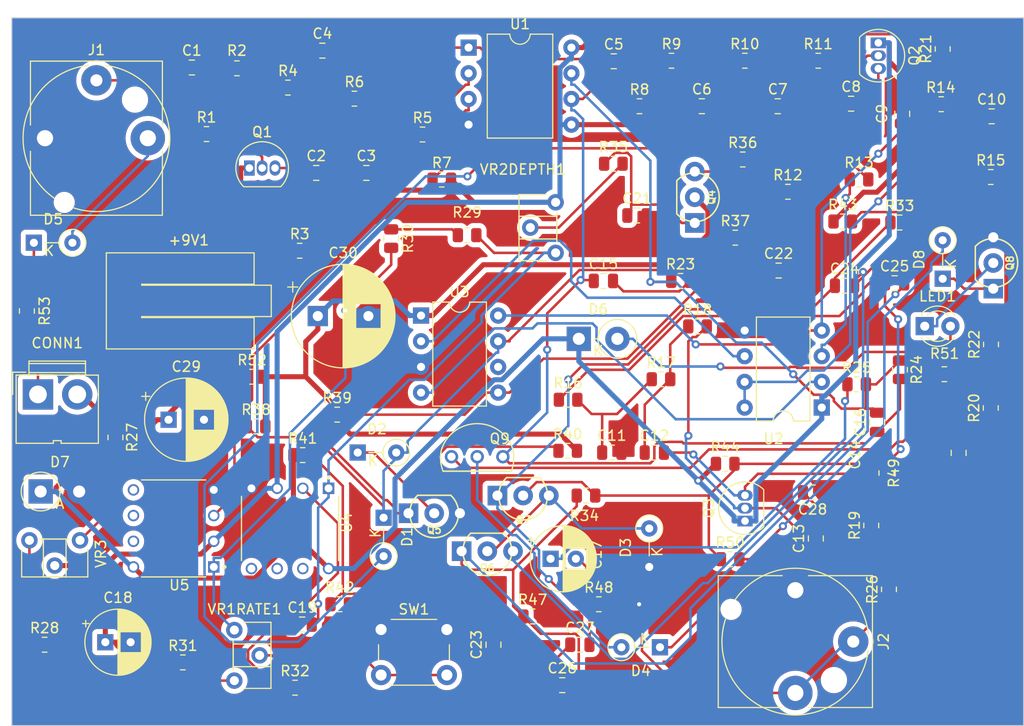
<source format=kicad_pcb>
(kicad_pcb (version 20221018) (generator pcbnew)
  (layers (0 "F.Cu" signal) (31 "B.Cu" signal) (34 "B.Paste" user) (35 "F.Paste" user) (36 "B.SilkS" user "B.Silkscreen") (37 "F.SilkS" user "F.Silkscreen") (38 "B.Mask" user) (39 "F.Mask" user) (44 "Edge.Cuts" user))
  (net 0 "")
  (net 1 "+9V")
  (net 2 "Net-(C1-Pad1)")
  (net 3 "Net-(C1-Pad2)")
  (net 4 "Net-(Q1-E)")
  (net 5 "Net-(C2-Pad2)")
  (net 6 "Net-(C3-Pad2)")
  (net 7 "Net-(C4-Pad1)")
  (net 8 "Net-(C4-Pad2)")
  (net 9 "Net-(C5-Pad2)")
  (net 10 "GND")
  (net 11 "Net-(C6-Pad2)")
  (net 12 "Net-(Q2-E)")
  (net 13 "Net-(C7-Pad2)")
  (net 14 "Net-(Q2-B)")
  (net 15 "Net-(U2-VGG)")
  (net 16 "Net-(C10-Pad1)")
  (net 17 "Net-(U2-OUT1)")
  (net 18 "Net-(C11-Pad1)")
  (net 19 "Net-(C12-Pad1)")
  (net 20 "Net-(Q3-E)")
  (net 21 "Net-(Q3-B)")
  (net 22 "Net-(C14-Pad2)")
  (net 23 "Net-(C15-Pad1)")
  (net 24 "Net-(C15-Pad2)")
  (net 25 "Net-(C16-Pad2)")
  (net 26 "Net-(C17-Pad1)")
  (net 27 "Net-(C17-Pad2)")
  (net 28 "+4V")
  (net 29 "Net-(U4-1IN-)")
  (net 30 "Net-(U4-1OUT)")
  (net 31 "Net-(C21-Pad1)")
  (net 32 "Net-(D1-K)")
  (net 33 "Net-(U3-OX3)")
  (net 34 "Net-(C23-Pad1)")
  (net 35 "Net-(C24-Pad1)")
  (net 36 "Net-(C24-Pad2)")
  (net 37 "Net-(C25-Pad1)")
  (net 38 "Net-(C25-Pad2)")
  (net 39 "Net-(D4-K)")
  (net 40 "+9VA")
  (net 41 "Net-(CONN1-Pad1)")
  (net 42 "Net-(D1-A)")
  (net 43 "Net-(D2-K)")
  (net 44 "Net-(D3-A)")
  (net 45 "Net-(D4-A)")
  (net 46 "Net-(D5-K)")
  (net 47 "Net-(+9V1--)")
  (net 48 "Net-(D6-A)")
  (net 49 "Net-(D8-K)")
  (net 50 "Net-(D8-A)")
  (net 51 "Net-(LED1-K)")
  (net 52 "Net-(LED1-A)")
  (net 53 "Net-(Q1-B)")
  (net 54 "Net-(Q4-Pad3)")
  (net 55 "Net-(Q5-Pad1)")
  (net 56 "Net-(Q9-Pad1)")
  (net 57 "Net-(R7-Pad1)")
  (net 58 "Net-(U2-IN)")
  (net 59 "Net-(R27-Pad2)")
  (net 60 "Net-(R28-Pad1)")
  (net 61 "Net-(U5-1IN+)")
  (net 62 "Net-(U5-1OUT)")
  (net 63 "Net-(R31-Pad1)")
  (net 64 "Net-(R32-Pad2)")
  (net 65 "Net-(R35-Pad2)")
  (net 66 "Net-(R42-Pad2)")
  (net 67 "Net-(U2-CP1)")
  (net 68 "Net-(U2-CP2)")
  (footprint "Resistor_SMD:R_0805_2012Metric" (layer "F.Cu") (at 151.5 77.5)
    (fp_text reference "R7")
    (fp_text value "10K")
  )
  (footprint "Resistor_SMD:R_0805_2012Metric" (layer "F.Cu") (at 176.7725 92.025)
    (fp_text reference "R18")
    (fp_text value "10K")
  )
  (footprint "Capacitor_SMD:C_0805_2012Metric" (layer "F.Cu") (at 172.505 104.5)
    (fp_text reference "C12")
    (fp_text value "0.0082uF")
  )
  (footprint "Capacitor_SMD:C_0805_2012Metric" (layer "F.Cu") (at 156.6076 123.5 90)
    (fp_text reference "C23")
    (fp_text value "0.01uF")
  )
  (footprint "Resistor_SMD:R_0805_2012Metric" (layer "F.Cu") (at 136.295 68.405)
    (fp_text reference "R4")
    (fp_text value "47k")
  )
  (footprint "Resistor_SMD:R_0805_2012Metric" (layer "F.Cu") (at 173.1625 97.25)
    (fp_text reference "R17")
    (fp_text value "10K")
  )
  (footprint "Resistor_SMD:R_0805_2012Metric" (layer "F.Cu") (at 193.94 111.7075 90)
    (fp_text reference "R19")
    (fp_text value "10K")
  )
  (footprint "Battery:BatteryHolder_Keystone_2993" (layer "F.Cu") (at 126.5 89.5)
    (fp_text reference "+9V1")
    (fp_text value "Battery")
  )
  (footprint "Capacitor_THT:CP_Radial_D6.3mm_P2.50mm" (layer "F.Cu") (at 118.25 123.25)
    (fp_text reference "C18")
    (fp_text value "47uF/6.3V")
  )
  (footprint "Capacitor_SMD:C_0805_2012Metric" (layer "F.Cu") (at 139.0925 76.845)
    (fp_text reference "C2")
    (fp_text value "0.47uF/50V")
  )
  (footprint "Capacitor_SMD:C_0805_2012Metric" (layer "F.Cu") (at 194.525 101.5068 90)
    (fp_text reference "C16")
    (fp_text value "100pF")
  )
  (footprint "Resistor_SMD:R_0805_2012Metric" (layer "F.Cu") (at 179.9925 115.045)
    (fp_text reference "R50")
    (fp_text value "1MK")
  )
  (footprint "Resistor_SMD:R_0805_2012Metric" (layer "F.Cu") (at 163.9825 99.275)
    (fp_text reference "R16")
    (fp_text value "10K")
  )
  (footprint "Connector_Audio:Jack_6.35mm_Neutrik_NJ3FD-V_Vertical" (layer "F.Cu") (at 117.37 67.69)
    (fp_text reference "J1")
    (fp_text value "INPUT")
  )
  (footprint "2SC945:TO92" (layer "F.Cu") (at 159.54 108.75)
    (fp_text reference "Q7")
    (fp_text value "2SC945")
  )
  (footprint "Resistor_SMD:R_0805_2012Metric" (layer "F.Cu") (at 195.44 106.5275 -90)
    (fp_text reference "R49")
    (fp_text value "1M")
  )
  (footprint "Resistor_SMD:R_0805_2012Metric" (layer "F.Cu") (at 171.0375 70.25)
    (fp_text reference "R8")
    (fp_text value "100K")
  )
  (footprint "Capacitor_SMD:C_0805_2012Metric" (layer "F.Cu") (at 184.7875 86.5)
    (fp_text reference "C22")
    (fp_text value "47 pF")
  )
  (footprint "Package_TO_SOT_THT:TO-92_Inline" (layer "F.Cu") (at 132.48 76.36)
    (fp_text reference "Q1")
    (fp_text value "BC239/BC238")
  )
  (footprint "Capacitor_SMD:C_0805_2012Metric" (layer "F.Cu") (at 144.0425 76.845)
    (fp_text reference "C3")
    (fp_text value "0.0068 uF")
  )
  (footprint "Capacitor_SMD:C_0805_2012Metric" (layer "F.Cu") (at 188.14 108.44 180)
    (fp_text reference "C28")
    (fp_text value "0.047uF")
  )
  (footprint "Capacitor_SMD:C_0805_2012Metric" (layer "F.Cu") (at 197 71 90)
    (fp_text reference "C9")
    (fp_text value "1uF/50V")
  )
  (footprint "Capacitor_SMD:C_0805_2012Metric" (layer "F.Cu") (at 168.3 104.5)
    (fp_text reference "C11")
    (fp_text value "0.0033uF")
  )
  (footprint "TL022CP:DIP794W45P254L959H508Q8" (layer "F.Cu") (at 136.5 112 -90)
    (fp_text reference "U4")
    (fp_text value "TL022CP")
  )
  (footprint "Resistor_SMD:R_0805_2012Metric" (layer "F.Cu") (at 149.595 73.045)
    (fp_text reference "R5")
    (fp_text value "10K")
  )
  (footprint "2SK30A:TO92" (layer "F.Cu") (at 155 104.909)
    (fp_text reference "Q9")
    (fp_text value "2SK30A")
  )
  (footprint "Resistor_SMD:R_0805_2012Metric" (layer "F.Cu") (at 196.775 96.3068 -90)
    (fp_text reference "R24")
    (fp_text value "47K")
  )
  (footprint "Capacitor_SMD:C_0805_2012Metric" (layer "F.Cu") (at 137.7 121.5)
    (fp_text reference "C19")
    (fp_text value "0.1uF")
  )
  (footprint "Potentiometer_THT:Potentiometer_ACP_CA6-H2,5_Horizontal" (layer "F.Cu") (at 115.75 113.175 -90)
    (fp_text reference "VR3")
    (fp_text value "10K")
  )
  (footprint "Resistor_SMD:R_0805_2012Metric" (layer "F.Cu") (at 133.1475 101.91)
    (fp_text reference "R38")
    (fp_text value "150K")
  )
  (footprint "Resistor_SMD:R_0805_2012Metric" (layer "F.Cu") (at 196.75 81.75)
    (fp_text reference "R33")
    (fp_text value "100K")
  )
  (footprint "Capacitor_THT:CP_Radial_D10.0mm_P5.00mm" (layer "F.Cu") (at 139.25 91)
    (fp_text reference "C30")
    (fp_text value "220uF/10V")
  )
  (footprint "Resistor_SMD:R_0805_2012Metric" (layer "F.Cu") (at 179.5075 105.605)
    (fp_text reference "R44")
    (fp_text value "56K")
  )
  (footprint "Resistor_SMD:R_0805_2012Metric" (layer "F.Cu") (at 174.2 65.75)
    (fp_text reference "R9")
    (fp_text value "10K")
  )
  (footprint "Resistor_SMD:R_0805_2012Metric" (layer "F.Cu") (at 131.25 66.5 180)
    (fp_text reference "R2")
    (fp_text value "470K")
  )
  (footprint "Diode_THT:D_DO-35_SOD27_P3.81mm_Vertical_KathodeUp" (layer "F.Cu") (at 145.75 110.9393 -90)
    (fp_text reference "D1")
    (fp_text value "1S1588")
  )
  (footprint "Capacitor_SMD:C_0805_2012Metric" (layer "F.Cu") (at 167.4725 87.525)
    (fp_text reference "C15")
    (fp_text value "0.0068uF")
  )
  (footprint "Resistor_SMD:R_0805_2012Metric" (layer "F.Cu") (at 180.5 83.25)
    (fp_text reference "R37")
    (fp_text value "4K7")
  )
  (footprint "Diode_THT:D_DO-35_SOD27_P3.81mm_Vertical_KathodeUp" (layer "F.Cu") (at 173.0607 123.75 180)
    (fp_text reference "D4")
    (fp_text value "1S1588")
  )
  (footprint "Capacitor_THT:CP_Radial_D8.0mm_P3.50mm" (layer "F.Cu") (at 124.5 101.25)
    (fp_text reference "C29")
    (fp_text value "100uF/16V")
  )
  (footprint "2SC945:TO92" (layer "F.Cu") (at 206 85.75 90)
    (fp_text reference "Q8")
    (fp_text value "2SC945")
  )
  (footprint "Resistor_SMD:R_0805_2012Metric" (layer "F.Cu") (at 181.2443 75.515)
    (fp_text reference "R36")
    (fp_text value "4K7")
  )
  (footprint "Resistor_SMD:R_0805_2012Metric" (layer "F.Cu") (at 137 127.75)
    (fp_text reference "R32")
    (fp_text value "1MK")
  )
  (footprint "Potentiometer_THT:Potentiometer_ACP_CA6-H2,5_Horizontal" (layer "F.Cu") (at 131 122.05)
    (fp_text reference "VR1RATE1")
    (fp_text value "100K")
  )
  (footprint "Resistor_SMD:R_0805_2012Metric" (layer "F.Cu") (at 201.1625 96.75)
    (fp_text reference "R51")
    (fp_text value "3K9")
  )
  (footprint "Potentiometer_THT:Potentiometer_ACP_CA6-H2,5_Horizontal" (layer "F.Cu") (at 162.75 84.75 180)
    (fp_text reference "VR2DEPTH1")
    (fp_text value "100K")
  )
  (footprint "Package_TO_SOT_THT:TO-92_Inline" (layer "F.Cu") (at 181.465 111.2668 90)
    (fp_text reference "Q3")
    (fp_text value "BC239/BC238")
  )
  (footprint "Package_DIP:DIP-8_W7.62mm" (layer "F.Cu") (at 149.45 90.95)
    (fp_text reference "U3")
    (fp_text value "MN3101")
  )
  (footprint "Capacitor_SMD:C_0805_2012Metric" (layer "F.Cu") (at 202.575 104.5325 90)
    (fp_text reference "C14")
    (fp_text value "0.033uF")
  )
  (footprint "Diode_THT:D_DO-15_P3.81mm_Vertical_AnodeUp" (layer "F.Cu") (at 111.855 108.35)
    (fp_text reference "D7")
    (fp_text value "RD11EB")
  )
  (footprint "Resistor_SMD:R_0805_2012Metric" (layer "F.Cu") (at 132.75 97)
    (fp_text reference "R52")
    (fp_text value "33")
  )
  (footprint "Resistor_SMD:R_0805_2012Metric" (layer "F.Cu") (at 119.25 103 -90)
    (fp_text reference "R27")
    (fp_text value "4K7")
  )
  (footprint "Diode_THT:D_DO-35_SOD27_P3.81mm_Vertical_KathodeUp" (layer "F.Cu") (at 111.1893 83.75)
    (fp_text reference "D5")
    (fp_text value "1S1588")
  )
  (footprint "Diode_THT:D_DO-35_SOD27_P3.81mm_Vertical_KathodeUp" (layer "F.Cu") (at 172 115.8107 90)
    (fp_text reference "D3")
    (fp_text value "1S1588")
  )
  (footprint "Package_DIP:DIP-8_W10.16mm" (layer "F.Cu") (at 154.15 64.45)
    (fp_text reference "U1")
    (fp_text value "JRC4558D")
  )
  (footprint "Resistor_SMD:R_0805_2012Metric" (layer "F.Cu") (at 154 83)
    (fp_text reference "R29")
    (fp_text value "33K")
  )
  (footprint "2SC945:TO92" (layer "F.Cu") (at 156 114.25)
    (fp_text reference "Q6")
    (fp_text value "2SC945")
  )
  (footprint "Capacitor_SMD:C_0805_2012Metric" (layer "F.Cu") (at 177.2 70.25)
    (fp_text reference "C6")
    (fp_text value "0.0033 uF")
  )
  (footprint "Capacitor_SMD:C_0805_2012Metric" (layer "F.Cu") (at 191.3 88)
    (fp_text reference "C24")
    (fp_text value "470pF")
  )
  (footprint "Resistor_SMD:R_0805_2012Metric" (layer "F.Cu") (at 191.125 81.65)
    (fp_text reference "R43")
    (fp_text value "56K")
  )
  (footprint "Resistor_SMD:R_0805_2012Metric" (layer "F.Cu") (at 181.45 65.75)
    (fp_text reference "R10")
    (fp_text value "10K")
  )
  (footprint "Resistor_SMD:R_0805_2012Metric" (layer "F.Cu") (at 141.1625 100.75)
    (fp_text reference "R39")
    (fp_text value "33K")
  )
  (footprint "Resistor_SMD:R_0805_2012Metric" (layer "F.Cu") (at 160.4769 120.705)
    (fp_text reference "R47")
    (fp_text value "56k")
  )
  (footprint "LED_THT:LED_D3.0mm" (layer "F.Cu") (at 199.225 92)
    (fp_text reference "LED1")
    (fp_text value "SLP-135B")
  )
  (footprint "Resistor_SMD:R_0805_2012Metric" (layer "F.Cu") (at 128.25 73)
    (fp_text reference "R1")
    (fp_text value "1K")
  )
  (footprint "Capacitor_SMD:C_0805_2012Metric" (layer "F.Cu") (at 163.4076 127.5)
    (fp_text reference "C26")
    (fp_text value "470pF")
  )
  (footprint "Resistor_SMD:R_0805_2012Metric" (layer "F.Cu") (at 146.5 83.3375 -90)
    (fp_text reference "R30")
    (fp_text value "47K")
  )
  (footprint "Package_TO_SOT_THT:TO-92_Inline" (layer "F.Cu") (at 194.64 63.98 -90)
    (fp_text reference "Q2")
    (fp_text value "BC239/BC238")
  )
  (footprint "Resistor_SMD:R_0805_2012Metric" (layer "F.Cu") (at 141.4125 119.5)
    (fp_text reference "R42")
    (fp_text value "1K")
  )
  (footprint "Diode_THT:D_DO-15_P3.81mm_Vertical_KathodeUp" (layer "F.Cu") (at 165.045 93.25)
    (fp_text reference "D6")
    (fp_text value "RD5.1EB")
  )
  (footprint "Resistor_SMD:R_0805_2012Metric" (layer "F.Cu") (at 201 64.5875 90)
    (fp_text reference "R21")
    (fp_text value "47K")
  )
  (footprint "Resistor_SMD:R_0805_2012Metric" (layer "F.Cu") (at 165.75 108.75 180)
    (fp_text reference "R34")
    (fp_text value "100K")
  )
  (footprint "Resistor_SMD:R_0805_2012Metric" (layer "F.Cu") (at 142.8625 69.5)
    (fp_text reference "R6")
    (fp_text value "47k")
  )
  (footprint "Capacitor_THT:CP_Radial_D6.3mm_P2.50mm" (layer "F.Cu") (at 162.25 115)
    (fp_text reference "C17")
    (fp_text value "1uF/50V")
  )
  (footprint "Diode_THT:D_DO-35_SOD27_P3.81mm_Vertical_KathodeUp" (layer "F.Cu") (at 201 87.3107 90)
    (fp_text reference "D8")
    (fp_text value "1S1588")
  )
  (footprint "2SC945:TO92" (layer "F.Cu") (at 150.75 110.5)
    (fp_text reference "Q5")
    (fp_text value "2SC945")
  )
  (footprint "Resistor_SMD:R_0805_2012Metric" (layer "F.Cu") (at 167.0201 119.5)
    (fp_text reference "R48")
    (fp_text value "56k")
  )
  (footprint "Resistor_SMD:R_0805_2012Metric" (layer "F.Cu") (at 175.0925 87.525)
    (fp_text reference "R23")
    (fp_text value "10K")
  )
  (footprint "Resistor_SMD:R_0805_2012Metric" (layer "F.Cu") (at 163.9443 104.325)
    (fp_text reference "R40")
    (fp_text value "2K7")
  )
  (footprint "Capacitor_SMD:C_0805_2012Metric" (layer "F.Cu") (at 184.7 70.25)
    (fp_text reference "C7")
    (fp_text value "0.0082 uF")
  )
  (footprint "Capacitor_SMD:C_0805_2012Metric" (layer "F.Cu") (at 196.25 87.75)
    (fp_text reference "C25")
    (fp_text value "470pF")
  )
  (footprint "Resistor_SMD:R_0805_2012Metric" (layer "F.Cu") (at 205.775 93.8068 90)
    (fp_text reference "R22")
    (fp_text value "47K")
  )
  (footprint "Capacitor_SMD:C_0805_2012Metric" (layer "F.Cu") (at 126.8 66.42)
    (fp_text reference "C1")
    (fp_text value "0.047uF")
  )
  (footprint "Button_Switch_THT:SW_PUSH_6mm_H5mm" (layer "F.Cu") (at 145.5 122)
    (fp_text reference "SW1")
    (fp_text value "FOOTSWITCH")
  )
  (footprint "Resistor_SMD:R_0805_2012Metric" (layer "F.Cu") (at 125.9125 125.25)
    (fp_text reference "R31")
    (fp_text value "10K")
  )
  (footprint "Resistor_SMD:R_0805_2012Metric" (layer "F.Cu") (at 188.7 65.75)
    (fp_text reference "R11")
    (fp_text value "10K")
  )
  (footprint "2SC945:TO92" (layer "F.Cu") (at 176.5 79.25 90)
    (fp_text reference "Q4")
    (fp_text value "2SC945")
  )
  (footprint "Resistor_SMD:R_0805_2012Metric" (layer "F.Cu") (at 200.8575 70.05)
    (fp_text reference "R14")
    (fp_text value "56K")
  )
  (footprint "Resistor_SMD:R_0805_2012Metric" (layer "F.Cu") (at 185.7025 78.71)
    (fp_text reference "R12")
    (fp_text value "10K")
  )
  (footprint "Capacitor_SMD:C_0805_2012Metric" (layer "F.Cu") (at 139.7 64.75)
    (fp_text reference "C4")
    (fp_text value "100 pF")
  )
  (footprint "Resistor_SMD:R_0805_2012Metric" (layer "F.Cu") (at 195.69 118.0275 90)
    (fp_text reference "R26")
    (fp_text value "100K")
  )
  (footprint "Capacitor_SMD:C_0805_2012Metric" (layer "F.Cu") (at 165.1426 123.5)
    (fp_text reference "C27")
    (fp_text value "470pF")
  )
  (footprint "TL022CP:DIP794W45P254L959H508Q8" (layer "F.Cu") (at 125 112 180)
    (fp_text reference "U5")
    (fp_text value "TL022CP")
  )
  (footprint "Resistor_SMD:R_0805_2012Metric" (layer "F.Cu") (at 137.4575 84.54)
    (fp_text reference "R3")
    (fp_text value "10K")
  )
  (footprint "Resistor_SMD:R_0805_2012Metric" (layer "F.Cu") (at 110.5 90.5 90)
    (fp_text reference "R53")
    (fp_text value "100")
  )
  (footprint "Resistor_SMD:R_0805_2012Metric" (layer "F.Cu") (at 192.5 97.75)
    (fp_text reference "R25")
    (fp_text value "470")
  )
  (footprint "Capacitor_SMD:C_0805_2012Metric" (layer "F.Cu") (at 170.785 81.055)
    (fp_text reference "C21")
    (fp_text value "0.01 uF")
  )
  (footprint "Resistor_SMD:R_0805_2012Metric" (layer "F.Cu") (at 205.75 100.0875 90)
    (fp_text reference "R20")
    (fp_text value "1MK")
  )
  (footprint "Capacitor_SMD:C_0805_2012Metric" (layer "F.Cu") (at 191.95 70)
    (fp_text reference "C8")
    (fp_text value "470 pF")
  )
  (footprint "Resistor_SMD:R_0805_2012Metric" (layer "F.Cu") (at 205.75 77.25)
    (fp_text reference "R15")
    (fp_text value "330K")
  )
  (footprint "Capacitor_SMD:C_0805_2012Metric" (layer "F.Cu") (at 188.465 112.9968 90)
    (fp_text reference "C13")
    (fp_text value "470pF")
  )
  (footprint "Package_DIP:DIP-8_W7.62mm" (layer "F.Cu") (at 189.05 100.05 180)
    (fp_text reference "U2")
    (fp_text value "MN3007")
  )
  (footprint "Diode_THT:D_DO-35_SOD27_P3.81mm_Vertical_KathodeUp" (layer "F.Cu") (at 143.1893 104.5)
    (fp_text reference "D2")
    (fp_text value "1S1588")
  )
  (footprint "Resistor_SMD:R_0805_2012Metric" (layer "F.Cu") (at 192.7325 77.49)
    (fp_text reference "R13")
    (fp_text value "4K7")
  )
  (footprint "Capacitor_SMD:C_0805_2012Metric" (layer "F.Cu") (at 205.84 71.25)
    (fp_text reference "C10")
    (fp_text value "0.033uF")
  )
  (footprint "Resistor_SMD:R_0805_2012Metric" (layer "F.Cu") (at 112.25 123.5)
    (fp_text reference "R28")
    (fp_text value "4K7")
  )
  (footprint "Resistor_SMD:R_0805_2012Metric" (layer "F.Cu") (at 137.75 104.75)
    (fp_text reference "R41")
    (fp_text value "1MK")
  )
  (footprint "Capacitor_SMD:C_0805_2012Metric" (layer "F.Cu") (at 168.4925 65.805)
    (fp_text reference "C5")
    (fp_text value "0.033 uF")
  )
  (footprint "Resistor_SMD:R_0805_2012Metric" (layer "F.Cu") (at 168.455 75.935)
    (fp_text reference "R35")
    (fp_text value "220K")
  )
  (footprint "Connector:JWT_A3963_1x02_P3.96mm_Vertical" (layer "F.Cu") (at 111.5925 98.75)
    (fp_text reference "CONN1")
    (fp_text value "POWER")
  )
  (footprint "Connector_Audio:Jack_6.35mm_Neutrik_NJ3FD-V_Vertical" (layer "F.Cu") (at 192.16 123.19 -90)
    (fp_text reference "J2")
    (fp_text value "OUTPUT")
  )
  (gr_line (start 109 131.5) (end 209 131.5) (stroke (width 0.1)) (layer "Edge.Cuts"))
  (gr_line (start 209 131.5) (end 209 61.5) (stroke (width 0.1)) (layer "Edge.Cuts"))
  (gr_line (start 109 61.5) (end 109 131.5) (stroke (width 0.1)) (layer "Edge.Cuts"))
  (gr_line (start 209 61.5) (end 109 61.5) (stroke (width 0.1)) (layer "Edge.Cuts"))
  (segment (start 131.6281 86.0282) (end 128.1563 89.5) (width 0.5) (layer "F.Cu") (net 1))
  (segment (start 132.48 76.36) (end 131.6281 76.36) (width 0.5) (layer "F.Cu") (net 1))
  (segment (start 191.764982 80.1725) (end 193.187482 78.75) (width 0.5) (layer "F.Cu") (net 1))
  (segment (start 128.1866 97) (end 131.8375 97) (width 0.5) (layer "F.Cu") (net 1))
  (segment (start 122.5356 102.0875) (end 123.3731 101.25) (width 0.5) (layer "F.Cu") (net 1))
  (segment (start 126.5 89.5) (end 128.1563 89.5) (width 0.5) (layer "F.Cu") (net 1))
  (segment (start 136.8375 112.4975) (end 136.8375 104.75) (width 0.5) (layer "F.Cu") (net 1))
  (segment (start 123.9366 101.25) (end 128.1866 97) (width 0.5) (layer "F.Cu") (net 1))
  (segment (start 115.9125 98.75) (end 119.25 102.0875) (width 0.5) (layer "F.Cu") (net 1))
  (segment (start 115.4725 98.75) (end 115.9125 98.75) (width 0.5) (layer "F.Cu") (net 1))
  (segment (start 133.96 115.9808) (end 133.96 115.9051) (width 0.5) (layer "F.Cu") (net 1))
  (segment (start 128.1866 89.5303) (end 128.1866 97) (width 0.5) (layer "F.Cu") (net 1))
  (segment (start 113.3819 107.9556) (end 119.25 102.0875) (width 0.5) (layer "F.Cu") (net 1))
  (segment (start 140.31 115.97) (end 137.1026 112.7625) (width 0.5) (layer "F.Cu") (net 1))
  (segment (start 121.03 115.81) (end 122.129 116.909) (width 0.5) (layer "F.Cu") (net 1))
  (segment (start 128.1563 89.5) (end 128.1866 89.5303) (width 0.5) (layer "F.Cu") (net 1))
  (segment (start 133.96 115.9051) (end 137.1026 112.7625) (width 0.5) (layer "F.Cu") (net 1))
  (segment (start 194.64 63.98) (end 195.7169 63.98) (width 0.5) (layer "F.Cu") (net 1))
  (segment (start 195.7169 65.8219) (end 199.945 70.05) (width 0.5) (layer "F.Cu") (net 1))
  (segment (start 122.129 116.909) (end 133.0318 116.909) (width 0.5) (layer "F.Cu") (net 1))
  (segment (start 119.25 102.0875) (end 122.5356 102.0875) (width 0.5) (layer "F.Cu") (net 1))
  (segment (start 195.7169 63.98) (end 195.7169 65.8219) (width 0.5) (layer "F.Cu") (net 1))
  (segment (start 111.855 108.35) (end 113.3819 108.35) (width 0.5) (layer "F.Cu") (net 1))
  (segment (start 113.3819 108.35) (end 113.3819 107.9556) (width 0.5) (layer "F.Cu") (net 1))
  (segment (start 190.2125 81.65) (end 191.69 80.1725) (width 0.5) (layer "F.Cu") (net 1))
  (segment (start 191.69 80.1725) (end 191.764982 80.1725) (width 0.5) (layer "F.Cu") (net 1))
  (segment (start 131.6281 76.36) (end 131.6281 86.0282) (width 0.5) (layer "F.Cu") (net 1))
  (segment (start 124.5 101.25) (end 123.9366 101.25) (width 0.5) (layer "F.Cu") (net 1))
  (segment (start 199.945 73.305) (end 199.945 70.05) (width 0.5) (layer "F.Cu") (net 1))
  (segment (start 176.928 107.272) (end 178.595 105.605) (width 0.5) (layer "F.Cu") (net 1))
  (segment (start 176.8393 107.272) (end 176.928 107.272) (width 0.5) (layer "F.Cu") (net 1))
  (segment (start 133.0318 116.909) (end 133.96 115.9808) (width 0.5) (layer "F.Cu") (net 1))
  (segment (start 194.5 78.75) (end 199.945 73.305) (width 0.5) (layer "F.Cu") (net 1))
  (segment (start 123.9366 101.25) (end 123.3731 101.25) (width 0.5) (layer "F.Cu") (net 1))
  (segment (start 137.1026 112.7625) (end 136.8375 112.4975) (width 0.5) (layer "F.Cu") (net 1))
  (segment (start 193.187482 78.75) (end 194.5 78.75) (width 0.5) (layer "F.Cu") (net 1))
  (via (at 176.8393 107.272) (size 0.8) (drill 0.4) (layers "F.Cu" "B.Cu") (net 1))
  (segment (start 189.3317 98.9231) (end 189.05 98.9231) (width 0.5) (layer "B.Cu") (net 1))
  (segment (start 176.8393 107.272) (end 180.3881 110.8208) (width 0.5) (layer "B.Cu") (net 1))
  (segment (start 157.4495 97.3) (end 161.4995 93.25) (width 0.5) (layer "B.Cu") (net 1))
  (segment (start 181.465 111.2668) (end 182.5419 111.2668) (width 0.5) (layer "B.Cu") (net 1))
  (segment (start 182.5419 107.685) (end 189.05 101.1769) (width 0.5) (layer "B.Cu") (net 1))
  (segment (start 142.7915 115.97) (end 146.8769 111.8846) (width 0.5) (layer "B.Cu") (net 1))
  (segment (start 195.7169 83.0274) (end 192.4078 86.3365) (width 0.5) (layer "B.Cu") (net 1))
  (segment (start 192.4078 95.847) (end 189.3317 98.9231) (width 0.5) (layer "B.Cu") (net 1))
  (segment (start 120.8419 115.81) (end 113.3819 108.35) (width 0.5) (layer "B.Cu") (net 1))
  (segment (start 192.4078 86.3365) (end 192.4078 95.847) (width 0.5) (layer "B.Cu") (net 1))
  (segment (start 194.64 63.98) (end 195.7169 63.98) (width 0.5) (layer "B.Cu") (net 1))
  (segment (start 181.465 111.2668) (end 180.3881 111.2668) (width 0.5) (layer "B.Cu") (net 1))
  (segment (start 165.045 93.25) (end 163.5181 93.25) (width 0.5) (layer "B.Cu") (net 1))
  (segment (start 195.7169 63.98) (end 195.7169 83.0274) (width 0.5) (layer "B.Cu") (net 1))
  (segment (start 189.05 100.05) (end 189.05 98.9231) (width 0.5) (layer "B.Cu") (net 1))
  (segment (start 189.05 100.05) (end 189.05 101.1769) (width 0.5) (layer "B.Cu") (net 1))
  (segment (start 121.03 115.81) (end 120.8419 115.81) (width 0.5) (layer "B.Cu") (net 1))
  (segment (start 146.8769 107.0975) (end 156.6744 97.3) (width 0.5) (layer "B.Cu") (net 1))
  (segment (start 161.4995 93.25) (end 163.5181 93.25) (width 0.5) (layer "B.Cu") (net 1))
  (segment (start 140.31 115.97) (end 142.7915 115.97) (width 0.5) (layer "B.Cu") (net 1))
  (segment (start 146.8769 111.8846) (end 146.8769 107.0975) (width 0.5) (layer "B.Cu") (net 1))
  (segment (start 156.6744 97.3) (end 157.4495 97.3) (width 0.5) (layer "B.Cu") (net 1))
  (segment (start 182.5419 111.2668) (end 182.5419 107.685) (width 0.5) (layer "B.Cu") (net 1))
  (segment (start 176.8393 107.272) (end 165.045 95.4777) (width 0.5) (layer "B.Cu") (net 1))
  (segment (start 165.045 95.4777) (end 165.045 93.25) (width 0.5) (layer "B.Cu") (net 1))
  (segment (start 111.855 108.35) (end 113.3819 108.35) (width 0.5) (layer "B.Cu") (net 1))
  (segment (start 180.3881 110.8208) (end 180.3881 111.2668) (width 0.5) (layer "B.Cu") (net 1))
  (segment (start 117.37 67.69) (end 124.58 67.69) (width 0.25) (layer "F.Cu") (net 2))
  (segment (start 124.58 67.69) (end 125.85 66.42) (width 0.25) (layer "F.Cu") (net 2))
  (segment (start 127.75 72.5875) (end 127.3375 73) (width 0.25) (layer "F.Cu") (net 3))
  (segment (start 127.75 66.42) (end 127.75 72.5875) (width 0.25) (layer "F.Cu") (net 3))
  (segment (start 137.9 76.845) (end 137.9 83.185) (width 0.25) (layer "F.Cu") (net 4))
  (segment (start 137.9 76.845) (end 138.1425 76.845) (width 0.25) (layer "F.Cu") (net 4))
  (segment (start 135.02 76.36) (end 137.415 76.36) (width 0.25) (layer "F.Cu") (net 4))
  (segment (start 137.415 76.36) (end 137.9 76.845) (width 0.25) (layer "F.Cu") (net 4))
  (segment (start 137.9 83.185) (end 136.545 84.54) (width 0.25) (layer "F.Cu") (net 4))
  (segment (start 140.0425 73.065) (end 135.3825 68.405) (width 0.25) (layer "F.Cu") (net 5))
  (segment (start 143.0925 76.845) (end 140.0425 76.845) (width 0.25) (layer "F.Cu") (net 5))
  (segment (start 140.0425 76.845) (end 140.0425 73.065) (width 0.25) (layer "F.Cu") (net 5))
  (segment (start 148.6825 73.155) (end 148.6825 73.045) (width 0.25) (layer "F.Cu") (net 6))
  (segment (start 144.9925 76.845) (end 148.6825 73.155) (width 0.25) (layer "F.Cu") (net 6))
  (segment (start 139.6624 67.2124) (end 138.75 67.2124) (width 0.25) (layer "F.Cu") (net 7))
  (segment (start 138.4001 67.2124) (end 137.2075 68.405) (width 0.25) (layer "F.Cu") (net 7))
  (segment (start 150.5075 71.4777) (end 150.5075 73.045) (width 0.25) (layer "F.Cu") (net 7))
  (segment (start 143.9277 71.4777) (end 141.95 69.5) (width 0.25) (layer "F.Cu") (net 7))
  (segment (start 141.95 69.5) (end 139.6624 67.2124) (width 0.25) (layer "F.Cu") (net 7))
  (segment (start 153.8683 68.1169) (end 150.5075 71.4777) (width 0.25) (layer "F.Cu") (net 7))
  (segment (start 154.15 66.99) (end 154.15 68.1169) (width 0.25) (layer "F.Cu") (net 7))
  (segment (start 154.15 68.1169) (end 153.8683 68.1169) (width 0.25) (layer "F.Cu") (net 7))
  (segment (start 138.75 67.2124) (end 138.75 64.75) (width 0.25) (layer "F.Cu") (net 7))
  (segment (start 150.5075 71.4777) (end 143.9277 71.4777) (width 0.25) (layer "F.Cu") (net 7))
  (segment (start 138.75 67.2124) (end 138.4001 67.2124) (width 0.25) (layer "F.Cu") (net 7))
  (segment (start 145.0436 64.45) (end 154.15 64.45) (width 0.25) (layer "F.Cu") (net 8))
  (segment (start 199.9902 62.6652) (end 201 63.675) (width 0.25) (layer "F.Cu") (net 8))
  (segment (start 167.5425 65.5844) (end 167.5425 65.4908) (width 0.25) (layer "F.Cu") (net 8))
  (segment (start 143.775 65.7186) (end 141.6186 65.7186) (width 0.25) (layer "F.Cu") (net 8))
  (segment (start 170.3681 62.6652) (end 199.9902 62.6652) (width 0.25) (layer "F.Cu") (net 8))
  (segment (start 156.4113 65.5844) (end 167.5425 65.5844) (width 0.25) (layer "F.Cu") (net 8))
  (segment (start 167.5425 65.4908) (end 170.3681 62.6652) (width 0.25) (layer "F.Cu") (net 8))
  (segment (start 143.775 65.7186) (end 145.0436 64.45) (width 0.25) (layer "F.Cu") (net 8))
  (segment (start 154.15 64.45) (end 155.2769 64.45) (width 0.25) (layer "F.Cu") (net 8))
  (segment (start 167.5425 65.805) (end 167.5425 65.5844) (width 0.25) (layer "F.Cu") (net 8))
  (segment (start 155.2769 64.45) (end 156.4113 65.5844) (width 0.25) (layer "F.Cu") (net 8))
  (segment (start 143.775 65.7186) (end 143.775 69.5) (width 0.25) (layer "F.Cu") (net 8))
  (segment (start 141.6186 65.7186) (end 140.65 64.75) (width 0.25) (layer "F.Cu") (net 8))
  (segment (start 170.125 65.805) (end 170.125 70.25) (width 0.25) (layer "F.Cu") (net 9))
  (segment (start 169.4425 65.805) (end 170.125 65.805) (width 0.25) (layer "F.Cu") (net 9))
  (segment (start 173.2325 65.805) (end 173.2875 65.75) (width 0.25) (layer "F.Cu") (net 9))
  (segment (start 170.125 65.805) (end 173.2325 65.805) (width 0.25) (layer "F.Cu") (net 9))
  (via (at 171 119.5) (size 0.8) (drill 0.4) (layers "F.Cu" "B.Cu") (net 10))
  (segment (start 180.5375 65.75) (end 180.5375 66.2557) (width 0.25) (layer "F.Cu") (net 11))
  (segment (start 180.5375 66.2557) (end 178.15 68.6432) (width 0.25) (layer "F.Cu") (net 11))
  (segment (start 178.0057 68.6432) (end 175.1125 65.75) (width 0.25) (layer "F.Cu") (net 11))
  (segment (start 178.15 68.6432) (end 178.0057 68.6432) (width 0.25) (layer "F.Cu") (net 11))
  (segment (start 178.15 70.25) (end 178.15 68.6432) (width 0.25) (layer "F.Cu") (net 11))
  (segment (start 189.1719 75.6719) (end 191.8269 75.6719) (width 0.25) (layer "F.Cu") (net 12))
  (segment (start 191.8269 75.6719) (end 193.645 77.49) (width 0.25) (layer "F.Cu") (net 12))
  (segment (start 194.64 66.52) (end 194.64 72.8588) (width 0.25) (layer "F.Cu") (net 12))
  (segment (start 183.75 70.25) (end 189.1719 75.6719) (width 0.25) (layer "F.Cu") (net 12))
  (segment (start 189.1719 75.6719) (end 189.1719 76.1531) (width 0.25) (layer "F.Cu") (net 12))
  (segment (start 189.1719 76.1531) (end 186.615 78.71) (width 0.25) (layer "F.Cu") (net 12))
  (segment (start 194.64 72.8588) (end 191.8269 75.6719) (width 0.25) (layer "F.Cu") (net 12))
  (segment (start 184.5 67.8875) (end 182.3625 65.75) (width 0.25) (layer "F.Cu") (net 13))
  (segment (start 185.65 67.8875) (end 184.5 67.8875) (width 0.25) (layer "F.Cu") (net 13))
  (segment (start 185.65 67.8875) (end 187.7875 65.75) (width 0.25) (layer "F.Cu") (net 13))
  (segment (start 185.65 70.25) (end 185.65 67.8875) (width 0.25) (layer "F.Cu") (net 13))
  (segment (start 192.9 70) (end 192.9 68.8767) (width 0.25) (layer "F.Cu") (net 14))
  (segment (start 191.4182 67.3949) (end 189.7733 65.75) (width 0.25) (layer "F.Cu") (net 14))
  (segment (start 192.9 68.8767) (end 191.4182 67.3949) (width 0.25) (layer "F.Cu") (net 14))
  (segment (start 193.5631 65.25) (end 191.4182 67.3949) (width 0.25) (layer "F.Cu") (net 14))
  (segment (start 194.64 65.25) (end 193.5631 65.25) (width 0.25) (layer "F.Cu") (net 14))
  (segment (start 189.7733 65.75) (end 189.6125 65.75) (width 0.25) (layer "F.Cu") (net 14))
  (segment (start 186.5504 93.8027) (end 176.5948 93.8027) (width 0.25) (layer "F.Cu") (net 15))
  (segment (start 197 72.5834) (end 197 71.95) (width 0.25) (layer "F.Cu") (net 15))
  (segment (start 189.05 92.43) (end 187.9231 92.43) (width 0.25) (layer "F.Cu") (net 15))
  (segment (start 187.9231 92.43) (end 186.5504 93.8027) (width 0.25) (layer "F.Cu") (net 15))
  (segment (start 194.6389 74.9445) (end 197 72.5834) (width 0.25) (layer "F.Cu") (net 15))
  (via (at 194.6389 74.9445) (size 0.8) (drill 0.4) (layers "F.Cu" "B.Cu") (net 15))
  (via (at 176.5948 93.8027) (size 0.8) (drill 0.4) (layers "F.Cu" "B.Cu") (net 15))
  (segment (start 189.05 92.43) (end 189.05 80.5334) (width 0.25) (layer "B.Cu") (net 15))
  (segment (start 157.07 90.95) (end 158.1969 90.95) (width 0.25) (layer "B.Cu") (net 15))
  (segment (start 158.1969 90.95) (end 173.7421 90.95) (width 0.25) (layer "B.Cu") (net 15))
  (segment (start 189.05 80.5334) (end 194.6389 74.9445) (width 0.25) (layer "B.Cu") (net 15))
  (segment (start 173.7421 90.95) (end 176.5948 93.8027) (width 0.25) (layer "B.Cu") (net 15))
  (segment (start 175.3418 90.9971) (end 190.7987 90.9971) (width 0.25) (layer "F.Cu") (net 16))
  (segment (start 204.2402 77.25) (end 204.8375 77.25) (width 0.25) (layer "F.Cu") (net 16))
  (segment (start 193.1643 88.3259) (end 204.2402 77.25) (width 0.25) (layer "F.Cu") (net 16))
  (segment (start 193.1643 88.6315) (end 193.1643 88.3259) (width 0.25) (layer "F.Cu") (net 16))
  (segment (start 163.07 99.275) (end 166.0322 96.3128) (width 0.25) (layer "F.Cu") (net 16))
  (segment (start 170.0261 96.3128) (end 175.3418 90.9971) (width 0.25) (layer "F.Cu") (net 16))
  (segment (start 204.89 71.25) (end 204.8375 71.3025) (width 0.25) (layer "F.Cu") (net 16))
  (segment (start 190.7987 90.9971) (end 193.1643 88.6315) (width 0.25) (layer "F.Cu") (net 16))
  (segment (start 166.0322 96.3128) (end 170.0261 96.3128) (width 0.25) (layer "F.Cu") (net 16))
  (segment (start 204.8375 71.3025) (end 204.8375 77.25) (width 0.25) (layer "F.Cu") (net 16))
  (segment (start 201.77 72.5288) (end 201.77 70.183) (width 0.25) (layer "F.Cu") (net 17))
  (segment (start 201.77 70.183) (end 205.723 70.183) (width 0.25) (layer "F.Cu") (net 17))
  (segment (start 201.77 70.183) (end 201.77 70.05) (width 0.25) (layer "F.Cu") (net 17))
  (segment (start 205.723 70.183) (end 206.79 71.25) (width 0.25) (layer "F.Cu") (net 17))
  (segment (start 194.6389 79.6599) (end 201.77 72.5288) (width 0.25) (layer "F.Cu") (net 17))
  (via (at 194.6389 79.6599) (size 0.8) (drill 0.4) (layers "F.Cu" "B.Cu") (net 17))
  (segment (start 181.43 97.51) (end 182.5569 97.51) (width 0.25) (layer "B.Cu") (net 17))
  (segment (start 182.5569 97.51) (end 186.4988 97.51) (width 0.25) (layer "B.Cu") (net 17))
  (segment (start 191.8648 82.434) (end 194.6389 79.6599) (width 0.25) (layer "B.Cu") (net 17))
  (segment (start 186.4988 97.51) (end 187.6257 96.3831) (width 0.25) (layer "B.Cu") (net 17))
  (segment (start 191.8648 93.7802) (end 191.8648 82.434) (width 0.25) (layer "B.Cu") (net 17))
  (segment (start 181.43 100.05) (end 181.43 97.51) (width 0.25) (layer "B.Cu") (net 17))
  (segment (start 189.2619 96.3831) (end 191.8648 93.7802) (width 0.25) (layer "B.Cu") (net 17))
  (segment (start 187.6257 96.3831) (end 189.2619 96.3831) (width 0.25) (layer "B.Cu") (net 17))
  (segment (start 164.895 99.275) (end 166.3061 100.6861) (width 0.25) (layer "F.Cu") (net 18))
  (segment (start 167.35 100.6861) (end 167.35 104.5) (width 0.25) (layer "F.Cu") (net 18))
  (segment (start 167.35 100.6861) (end 168.8139 100.6861) (width 0.25) (layer "F.Cu") (net 18))
  (segment (start 168.8139 100.6861) (end 172.25 97.25) (width 0.25) (layer "F.Cu") (net 18))
  (segment (start 166.3061 100.6861) (end 167.35 100.6861) (width 0.25) (layer "F.Cu") (net 18))
  (segment (start 174.075 97.25) (end 174.075 93.81) (width 0.25) (layer "F.Cu") (net 19))
  (segment (start 174.075 93.81) (end 175.86 92.025) (width 0.25) (layer "F.Cu") (net 19))
  (segment (start 171.555 104.5) (end 171.555 99.77) (width 0.25) (layer "F.Cu") (net 19))
  (segment (start 171.555 99.77) (end 174.075 97.25) (width 0.25) (layer "F.Cu") (net 19))
  (segment (start 197.9537 105.4825) (end 196.4885 106.9477) (width 0.25) (layer "F.Cu") (net 20))
  (segment (start 202.575 105.4825) (end 197.9537 105.4825) (width 0.25) (layer "F.Cu") (net 20))
  (segment (start 196.4885 106.9477) (end 196.4885 108.2465) (width 0.25) (layer "F.Cu") (net 20))
  (segment (start 196.1367 106.5959) (end 196.4885 106.9477) (width 0.25) (layer "F.Cu") (net 20))
  (segment (start 182.744 106.5959) (end 196.1367 106.5959) (width 0.25) (layer "F.Cu") (net 20))
  (segment (start 173.455 104.5) (end 176.1788 104.5) (width 0.25) (layer "F.Cu") (net 20))
  (segment (start 176.1788 104.5) (end 176.3636 104.6848) (width 0.25) (layer "F.Cu") (net 20))
  (segment (start 181.465 108.7268) (end 181.465 107.8749) (width 0.25) (layer "F.Cu") (net 20))
  (segment (start 196.4885 108.2465) (end 193.94 110.795) (width 0.25) (layer "F.Cu") (net 20))
  (segment (start 181.465 107.8749) (end 182.744 106.5959) (width 0.25) (layer "F.Cu") (net 20))
  (via (at 176.3636 104.6848) (size 0.8) (drill 0.4) (layers "F.Cu" "B.Cu") (net 20))
  (segment (start 180.3881 108.7093) (end 176.3636 104.6848) (width 0.25) (layer "B.Cu") (net 20))
  (segment (start 180.3881 108.7268) (end 180.3881 108.7093) (width 0.25) (layer "B.Cu") (net 20))
  (segment (start 181.465 108.7268) (end 180.3881 108.7268) (width 0.25) (layer "B.Cu") (net 20))
  (segment (start 177.685 92.025) (end 176.639 93.071) (width 0.25) (layer "F.Cu") (net 21))
  (segment (start 184.515 109.9968) (end 188.465 113.9468) (width 0.25) (layer "F.Cu") (net 21))
  (segment (start 175.865 93.501) (end 175.865 102.8283) (width 0.25) (layer "F.Cu") (net 21))
  (segment (start 176.295 93.071) (end 175.865 93.501) (width 0.25) (layer "F.Cu") (net 21))
  (segment (start 181.465 109.9968) (end 184.515 109.9968) (width 0.25) (layer "F.Cu") (net 21))
  (segment (start 176.639 93.071) (end 176.295 93.071) (width 0.25) (layer "F.Cu") (net 21))
  (via (at 175.865 102.8283) (size 0.8) (drill 0.4) (layers "F.Cu" "B.Cu") (net 21))
  (segment (start 181.465 109.9968) (end 180.3881 109.9968) (width 0.25) (layer "B.Cu") (net 21))
  (segment (start 175.6367 105.0414) (end 175.6367 103.0566) (width 0.25) (layer "B.Cu") (net 21))
  (segment (start 180.3881 109.7928) (end 175.6367 105.0414) (width 0.25) (layer "B.Cu") (net 21))
  (segment (start 175.6367 103.0566) (end 175.865 102.8283) (width 0.25) (layer "B.Cu") (net 21))
  (segment (start 180.3881 109.9968) (end 180.3881 109.7928) (width 0.25) (layer "B.Cu") (net 21))
  (segment (start 202.575 102.35) (end 205.75 99.175) (width 0.25) (layer "F.Cu") (net 22))
  (segment (start 206.8155 93.9348) (end 205.775 92.8943) (width 0.25) (layer "F.Cu") (net 22))
  (segment (start 202.575 103.5825) (end 202.575 102.35) (width 0.25) (layer "F.Cu") (net 22))
  (segment (start 206.8155 98.1095) (end 206.8155 93.9348) (width 0.25) (layer "F.Cu") (net 22))
  (segment (start 205.75 99.175) (end 206.8155 98.1095) (width 0.25) (layer "F.Cu") (net 22))
  (segment (start 157.54 104.909) (end 158.1859 105.5549) (width 0.25) (layer "F.Cu") (net 23))
  (segment (start 175.2446 103.441) (end 175.393 103.5894) (width 0.25) (layer "F.Cu") (net 23))
  (segment (start 168.6146 65.0792) (end 170.5657 63.1281) (width 0.25) (layer "F.Cu") (net 23))
  (segment (start 175.393 103.5894) (end 193.3924 103.5894) (width 0.25) (layer "F.Cu") (net 23))
  (segment (start 172.505 103.8786) (end 172.9426 103.441) (width 0.25) (layer "F.Cu") (net 23))
  (segment (start 161.9156 90.7423) (end 165.2187 87.4392) (width 0.25) (layer "F.Cu") (net 23))
  (segment (start 165.4369 69.53) (end 168.6146 66.3523) (width 0.25) (layer "F.Cu") (net 23))
  (segment (start 168.6146 66.3523) (end 168.6146 65.0792) (width 0.25) (layer "F.Cu") (net 23))
  (segment (start 158.1859 105.5549) (end 172.1068 105.5549) (width 0.25) (layer "F.Cu") (net 23))
  (segment (start 193.3924 103.5894) (end 194.525 102.4568) (width 0.25) (layer "F.Cu") (net 23))
  (segment (start 198.6281 63.1281) (end 201 65.5) (width 0.25) (layer "F.Cu") (net 23))
  (segment (start 161.9156 94.3225) (end 161.9156 90.7423) (width 0.25) (layer "F.Cu") (net 23))
  (segment (start 164.31 69.53) (end 165.4369 69.53) (width 0.25) (layer "F.Cu") (net 23))
  (segment (start 166.4367 87.4392) (end 166.5225 87.525) (width 0.25) (layer "F.Cu") (net 23))
  (segment (start 172.1068 105.5549) (end 172.505 105.1567) (width 0.25) (layer "F.Cu") (net 23))
  (segment (start 170.5657 63.1281) (end 198.6281 63.1281) (width 0.25) (layer "F.Cu") (net 23))
  (segment (start 196.775 97.2193) (end 196.775 100.2068) (width 0.25) (layer "F.Cu") (net 23))
  (segment (start 165.2187 87.4392) (end 166.4367 87.4392) (width 0.25) (layer "F.Cu") (net 23))
  (segment (start 172.9426 103.441) (end 175.2446 103.441) (width 0.25) (layer "F.Cu") (net 23))
  (segment (start 196.775 100.2068) (end 194.525 102.4568) (width 0.25) (layer "F.Cu") (net 23))
  (segment (start 172.505 105.1567) (end 172.505 103.8786) (width 0.25) (layer "F.Cu") (net 23))
  (via (at 165.2187 87.4392) (size 0.8) (drill 0.4) (layers "F.Cu" "B.Cu") (net 23))
  (via (at 161.9156 94.3225) (size 0.8) (drill 0.4) (layers "F.Cu" "B.Cu") (net 23))
  (segment (start 164.31 70.6569) (end 164.5917 70.6569) (width 0.25) (layer "B.Cu") (net 23))
  (segment (start 165.4658 87.1921) (end 165.2187 87.4392) (width 0.25) (layer "B.Cu") (net 23))
  (segment (start 164.31 69.53) (end 164.31 70.6569) (width 0.25) (layer "B.Cu") (net 23))
  (segment (start 157.54 104.909) (end 161.9156 100.5334) (width 0.25) (layer "B.Cu") (net 23))
  (segment (start 165.4658 71.531) (end 165.4658 87.1921) (width 0.25) (layer "B.Cu") (net 23))
  (segment (start 164.5917 70.6569) (end 165.4658 71.531) (width 0.25) (layer "B.Cu") (net 23))
  (segment (start 161.9156 100.5334) (end 161.9156 94.3225) (width 0.25) (layer "B.Cu") (net 23))
  (segment (start 168.4225 87.525) (end 169.4519 88.5544) (width 0.25) (layer "F.Cu") (net 24))
  (segment (start 169.4519 88.5544) (end 174.9756 88.5544) (width 0.25) (layer "F.Cu") (net 24))
  (segment (start 174.9756 88.5544) (end 176.005 87.525) (width 0.25) (layer "F.Cu") (net 24))
  (segment (start 190.2419 99.4058) (end 190.2419 99.1652) (width 0.25) (layer "F.Cu") (net 25))
  (segment (start 172.1145 87.6227) (end 174.0823 87.6227) (width 0.25) (layer "F.Cu") (net 25))
  (segment (start 193.4125 100.1562) (end 193.4125 97.75) (width 0.25) (layer "F.Cu") (net 25))
  (segment (start 194.4193 97.75) (end 196.775 95.3943) (width 0.25) (layer "F.Cu") (net 25))
  (segment (start 174.0823 87.6227) (end 174.18 87.525) (width 0.25) (layer "F.Cu") (net 25))
  (segment (start 190.2419 99.1652) (end 189.8567 98.78) (width 0.25) (layer "F.Cu") (net 25))
  (segment (start 190.9923 100.1562) (end 190.2419 99.4058) (width 0.25) (layer "F.Cu") (net 25))
  (segment (start 188.258 98.78) (end 186.2294 96.7514) (width 0.25) (layer "F.Cu") (net 25))
  (segment (start 193.4125 100.1562) (end 190.9923 100.1562) (width 0.25) (layer "F.Cu") (net 25))
  (segment (start 194.525 100.5568) (end 194.1244 100.1562) (width 0.25) (layer "F.Cu") (net 25))
  (segment (start 194.1244 100.1562) (end 193.4125 100.1562) (width 0.25) (layer "F.Cu") (net 25))
  (segment (start 189.8567 98.78) (end 188.258 98.78) (width 0.25) (layer "F.Cu") (net 25))
  (segment (start 193.4125 97.75) (end 194.4193 97.75) (width 0.25) (layer "F.Cu") (net 25))
  (via (at 172.1145 87.6227) (size 0.8) (drill 0.4) (layers "F.Cu" "B.Cu") (net 25))
  (via (at 186.2294 96.7514) (size 0.8) (drill 0.4) (layers "F.Cu" "B.Cu") (net 25))
  (segment (start 172.1145 87.6227) (end 174.5972 87.6227) (width 0.25) (layer "B.Cu") (net 25))
  (segment (start 164.31 68.1169) (end 164.5917 68.1169) (width 0.25) (layer "B.Cu") (net 25))
  (segment (start 172.1145 75.6397) (end 172.1145 87.6227) (width 0.25) (layer "B.Cu") (net 25))
  (segment (start 164.31 66.99) (end 164.31 68.1169) (width 0.25) (layer "B.Cu") (net 25))
  (segment (start 180.6021 93.6276) (end 183.1056 93.6276) (width 0.25) (layer "B.Cu") (net 25))
  (segment (start 183.1056 93.6276) (end 186.2294 96.7514) (width 0.25) (layer "B.Cu") (net 25))
  (segment (start 174.5972 87.6227) (end 180.6021 93.6276) (width 0.25) (layer "B.Cu") (net 25))
  (segment (start 164.5917 68.1169) (end 172.1145 75.6397) (width 0.25) (layer "B.Cu") (net 25))
  (segment (start 191.5875 97.75) (end 191.5875 99.1713) (width 0.25) (layer "F.Cu") (net 26))
  (segment (start 191.5875 99.1713) (end 191.3523 99.4065) (width 0.25) (layer "F.Cu") (net 26))
  (via (at 191.3523 99.4065) (size 0.8) (drill 0.4) (layers "F.Cu" "B.Cu") (net 26))
  (segment (start 191.3523 103.1273) (end 191.3523 99.4065) (width 0.25) (layer "B.Cu") (net 26))
  (segment (start 164.222 113.8731) (end 180.6065 113.8731) (width 0.25) (layer "B.Cu") (net 26))
  (segment (start 163.3769 114.7182) (end 164.222 113.8731) (width 0.25) (layer "B.Cu") (net 26))
  (segment (start 180.6065 113.8731) (end 191.3523 103.1273) (width 0.25) (layer "B.Cu") (net 26))
  (segment (start 162.25 115) (end 163.3769 115) (width 0.25) (layer "B.Cu") (net 26))
  (segment (start 163.3769 115) (end 163.3769 114.7182) (width 0.25) (layer "B.Cu") (net 26))
  (segment (start 175.4519 128.27) (end 171.2826 124.1007) (width 0.25) (layer "F.Cu") (net 27))
  (segment (start 164.9806 115) (end 164.75 115) (width 0.25) (layer "F.Cu") (net 27))
  (segment (start 171.2826 124.1007) (end 171.2826 121.302) (width 0.25) (layer "F.Cu") (net 27))
  (segment (start 171.2826 121.302) (end 164.9806 115) (width 0.25) (layer "F.Cu") (net 27))
  (segment (start 195.69 119.66) (end 195.69 118.94) (width 0.25) (layer "F.Cu") (net 27))
  (segment (start 186.44 128.27) (end 175.4519 128.27) (width 0.25) (layer "F.Cu") (net 27))
  (segment (start 192.16 123.19) (end 195.69 119.66) (width 0.25) (layer "F.Cu") (net 27))
  (segment (start 192.16 123.19) (end 191.52 123.19) (width 0.25) (layer "B.Cu") (net 27))
  (segment (start 191.52 123.19) (end 186.44 128.27) (width 0.25) (layer "B.Cu") (net 27))
  (segment (start 201.0411 62.1764) (end 207.6375 68.7728) (width 0.5) (layer "F.Cu") (net 28))
  (segment (start 140.1807 78.5488) (end 139.0925 77.4606) (width 0.5) (layer "F.Cu") (net 28))
  (segment (start 139.0925 75.7942) (end 132.1625 68.8642) (width 0.5) (layer "F.Cu") (net 28))
  (segment (start 207.6375 68.7728) (end 207.6375 76.275) (width 0.5) (layer "F.Cu") (net 28))
  (segment (start 162.75 79.75) (end 154.6625 79.75) (width 0.5) (layer "F.Cu") (net 28))
  (segment (start 120.2583 124.4131) (end 123.1257 124.4131) (width 0.5) (layer "F.Cu") (net 28))
  (segment (start 132.1625 68.8642) (end 132.1625 66.5) (width 0.5) (layer "F.Cu") (net 28))
  (segment (start 164.31 72.07) (end 170.13 72.07) (width 0.5) (layer "F.Cu") (net 28))
  (segment (start 154.6625 79.75) (end 152.4125 77.5) (width 0.5) (layer "F.Cu") (net 28))
  (segment (start 119.3769 123.25) (end 119.3769 123.5317) (width 0.5) (layer "F.Cu") (net 28))
  (segment (start 123.1257 124.4131) (end 123.348 124.1908) (width 0.5) (layer "F.Cu") (net 28))
  (segment (start 164.31 64.45) (end 165.4369 64.45) (width 0.5) (layer "F.Cu") (net 28))
  (segment (start 206.6625 77.25) (end 207.3383 77.9258) (width 0.5) (layer "F.Cu") (net 28))
  (segment (start 118.25 115.675) (end 118.25 123.25) (width 0.5) (layer "F.Cu") (net 28))
  (segment (start 151.3637 78.5488) (end 140.1807 78.5488) (width 0.5) (layer "F.Cu") (net 28))
  (segment (start 207.6375 76.275) (end 206.6625 77.25) (width 0.5) (layer "F.Cu") (net 28))
  (segment (start 127.7 114.54) (end 119.385 114.54) (width 0.5) (layer "F.Cu") (net 28))
  (segment (start 170.13 72.07) (end 171.95 70.25) (width 0.5) (layer "F.Cu") (net 28))
  (segment (start 167.7105 62.1764) (end 201.0411 62.1764) (width 0.5) (layer "F.Cu") (net 28))
  (segment (start 119.385 114.54) (end 118.25 115.675) (width 0.5) (layer "F.Cu") (net 28))
  (segment (start 119.3769 123.5317) (end 120.2583 124.4131) (width 0.5) (layer "F.Cu") (net 28))
  (segment (start 118.25 123.25) (end 119.3769 123.25) (width 0.5) (layer "F.Cu") (net 28))
  (segment (start 123.348 124.1908) (end 125.7658 124.1908) (width 0.5) (layer "F.Cu") (net 28))
  (segment (start 207.3383 77.9258) (end 207.3383 99.4117) (width 0.5) (layer "F.Cu") (net 28))
  (segment (start 165.4369 64.45) (end 167.7105 62.1764) (width 0.5) (layer "F.Cu") (net 28))
  (segment (start 139.0925 77.4606) (end 139.0925 75.7942) (width 0.5) (layer "F.Cu") (net 28))
  (segment (start 118.25 115.675) (end 113.25 115.675) (width 0.5) (layer "F.Cu") (net 28))
  (segment (start 207.3383 99.4117) (end 205.75 101) (width 0.5) (layer "F.Cu") (net 28))
  (segment (start 128.97 113.27) (end 127.7 114.54) (width 0.5) (layer "F.Cu") (net 28))
  (segment (start 152.4125 77.5) (end 151.3637 78.5488) (width 0.5) (layer "F.Cu") (net 28))
  (segment (start 125.7658 124.1908) (end 126.825 125.25) (width 0.5) (layer "F.Cu") (net 28))
  (segment (start 135.23 92.5386) (end 148.0186 79.75) (width 0.5) (layer "B.Cu") (net 28))
  (segment (start 135.23 108.03) (end 135.23 92.5386) (width 0.5) (layer "B.Cu") (net 28))
  (segment (start 164.31 64.45) (end 164.31 65.5769) (width 0.5) (layer "B.Cu") (net 28))
  (segment (start 164.31 72.07) (end 163.1831 72.07) (width 0.5) (layer "B.Cu") (net 28))
  (segment (start 164.0765 65.5769) (end 164.31 65.5769) (width 0.5) (layer "B.Cu") (net 28))
  (segment (start 135.23 108.03) (end 134.21 108.03) (width 0.5) (layer "B.Cu") (net 28))
  (segment (start 134.21 108.03) (end 128.97 113.27) (width 0.5) (layer "B.Cu") (net 28))
  (segment (start 163.1831 66.4703) (end 164.0765 65.5769) (width 0.5) (layer "B.Cu") (net 28))
  (segment (start 163.1831 72.07) (end 163.1831 66.4703) (width 0.5) (layer "B.Cu") (net 28))
  (segment (start 162.75 79.75) (end 163.1831 79.3169) (width 0.5) (layer "B.Cu") (net 28))
  (segment (start 148.0186 79.75) (end 162.75 79.75) (width 0.5) (layer "B.Cu") (net 28))
  (segment (start 163.1831 79.3169) (end 163.1831 72.07) (width 0.5) (layer "B.Cu") (net 28))
  (segment (start 136.75 120.8908) (end 136.75 121.5) (width 0.25) (layer "F.Cu") (net 29))
  (segment (start 135.0835 127.75) (end 136.0875 127.75) (width 0.25) (layer "F.Cu") (net 29))
  (segment (start 132.3578 124.0523) (end 132.3578 125.0243) (width 0.25) (layer "F.Cu") (net 29))
  (segment (start 141.2343 111.4943) (end 141.2343 116.4065) (width 0.25) (layer "F.Cu") (net 29))
  (segment (start 137.77 108.03) (end 141.2343 111.4943) (width 0.25) (layer "F.Cu") (net 29))
  (segment (start 141.2343 116.4065) (end 136.75 120.8908) (width 0.25) (layer "F.Cu") (net 29))
  (segment (start 134.9101 121.5) (end 132.3578 124.0523) (width 0.25) (layer "F.Cu") (net 29))
  (segment (start 136.75 121.5) (end 134.9101 121.5) (width 0.25) (layer "F.Cu") (net 29))
  (segment (start 132.3578 125.0243) (end 135.0835 127.75) (width 0.25) (layer "F.Cu") (net 29))
  (segment (start 162.75 84.75) (end 156.6625 84.75) (width 0.25) (layer "F.Cu") (net 30))
  (segment (start 139.2796 120.8704) (end 138.65 121.5) (width 0.25) (layer "F.Cu") (net 30))
  (segment (start 156.6625 84.75) (end 154.9125 83) (width 0.25) (layer "F.Cu") (net 30))
  (segment (start 139.2796 119.4483) (end 139.2796 120.8704) (width 0.25) (layer "F.Cu") (net 30))
  (via (at 139.2796 119.4483) (size 0.8) (drill 0.4) (layers "F.Cu" "B.Cu") (net 30))
  (segment (start 155.4376 90.922) (end 161.6096 84.75) (width 0.25) (layer "B.Cu") (net 30))
  (segment (start 139.2796 109.9523) (end 140.31 108.9219) (width 0.25) (layer "B.Cu") (net 30))
  (segment (start 149.7775 97.3) (end 155.4376 91.6399) (width 0.25) (layer "B.Cu") (net 30))
  (segment (start 140.31 108.03) (end 140.31 105.2767) (width 0.25) (layer "B.Cu") (net 30))
  (segment (start 140.31 105.2767) (end 148.2867 97.3) (width 0.25) (layer "B.Cu") (net 30))
  (segment (start 155.4376 91.6399) (end 155.4376 90.922) (width 0.25) (layer "B.Cu") (net 30))
  (segment (start 140.31 108.03) (end 140.31 108.9219) (width 0.25) (layer "B.Cu") (net 30))
  (segment (start 161.6096 84.75) (end 162.75 84.75) (width 0.25) (layer "B.Cu") (net 30))
  (segment (start 139.2796 119.4483) (end 139.2796 109.9523) (width 0.25) (layer "B.Cu") (net 30))
  (segment (start 148.2867 97.3) (end 149.7775 97.3) (width 0.25) (layer "B.Cu") (net 30))
  (segment (start 168.616 74.8615) (end 169.8633 74.8615) (width 0.25) (layer "F.Cu") (net 31))
  (segment (start 173.3943 79.9764) (end 170.2184 79.9764) (width 0.25) (layer "F.Cu") (net 31))
  (segment (start 176.5 81.79) (end 175.2079 81.79) (width 0.25) (layer "F.Cu") (net 31))
  (segment (start 175.2079 81.79) (end 173.3943 79.9764) (width 0.25) (layer "F.Cu") (net 31))
  (segment (start 170.2184 75.2166) (end 170.2184 79.9764) (width 0.25) (layer "F.Cu") (net 31))
  (segment (start 170.2184 79.9764) (end 170.2184 80.6716) (width 0.25) (layer "F.Cu") (net 31))
  (segment (start 170.2184 80.6716) (end 169.835 81.055) (width 0.25) (layer "F.Cu") (net 31))
  (segment (start 169.8633 74.8615) (end 170.2184 75.2166) (width 0.25) (layer "F.Cu") (net 31))
  (segment (start 167.5425 75.935) (end 168.616 74.8615) (width 0.25) (layer "F.Cu") (net 31))
  (segment (start 158.1969 93.3579) (end 165.1164 86.4384) (width 0.25) (layer "F.Cu") (net 32))
  (segment (start 165.1164 86.4384) (end 183.7759 86.4384) (width 0.25) (layer "F.Cu") (net 32))
  (segment (start 138.9201 102.9825) (end 145.75 109.8124) (width 0.25) (layer "F.Cu") (net 32))
  (segment (start 158.1969 93.49) (end 158.1969 93.3579) (width 0.25) (layer "F.Cu") (net 32))
  (segment (start 132.235 101.91) (end 133.3075 102.9825) (width 0.25) (layer "F.Cu") (net 32))
  (segment (start 133.3075 102.9825) (end 138.9201 102.9825) (width 0.25) (layer "F.Cu") (net 32))
  (segment (start 183.7759 86.4384) (end 183.8375 86.5) (width 0.25) (layer "F.Cu") (net 32))
  (segment (start 157.07 93.49) (end 158.1969 93.49) (width 0.25) (layer "F.Cu") (net 32))
  (segment (start 145.75 110.9393) (end 145.75 109.8124) (width 0.25) (layer "F.Cu") (net 32))
  (segment (start 145.75 106.3128) (end 145.75 110.9393) (width 0.25) (layer "B.Cu") (net 32))
  (segment (start 147.5628 104.5) (end 145.75 106.3128) (width 0.25) (layer "B.Cu") (net 32))
  (segment (start 146.9993 104.5) (end 147.5628 104.5) (width 0.25) (layer "B.Cu") (net 32))
  (segment (start 148.1262 103.3731) (end 148.1262 104.5) (width 0.25) (layer "B.Cu") (net 32))
  (segment (start 156.8824 94.6169) (end 148.1262 103.3731) (width 0.25) (layer "B.Cu") (net 32))
  (segment (start 157.07 94.6169) (end 156.8824 94.6169) (width 0.25) (layer "B.Cu") (net 32))
  (segment (start 147.5628 104.5) (end 148.1262 104.5) (width 0.25) (layer "B.Cu") (net 32))
  (segment (start 157.07 93.49) (end 157.07 94.6169) (width 0.25) (layer "B.Cu") (net 32))
  (segment (start 156.5066 98.57) (end 155.9431 98.57) (width 0.25) (layer "F.Cu") (net 33))
  (segment (start 158.1969 98.57) (end 161.5539 95.213) (width 0.25) (layer "F.Cu") (net 33))
  (segment (start 169.8445 95.213) (end 176.4455 88.612) (width 0.25) (layer "F.Cu") (net 33))
  (segment (start 157.07 98.57) (end 158.1969 98.57) (width 0.25) (layer "F.Cu") (net 33))
  (segment (start 161.5539 95.213) (end 169.8445 95.213) (width 0.25) (layer "F.Cu") (net 33))
  (segment (start 183.6255 88.612) (end 185.7375 86.5) (width 0.25) (layer "F.Cu") (net 33))
  (segment (start 176.4455 88.612) (end 183.6255 88.612) (width 0.25) (layer "F.Cu") (net 33))
  (segment (start 155.9431 98.57) (end 153.7631 100.75) (width 0.25) (layer "F.Cu") (net 33))
  (segment (start 156.5066 98.57) (end 157.07 98.57) (width 0.25) (layer "F.Cu") (net 33))
  (segment (start 153.7631 100.75) (end 142.075 100.75) (width 0.25) (layer "F.Cu") (net 33))
  (segment (start 141.7185 107.806) (end 138.6625 104.75) (width 0.25) (layer "F.Cu") (net 34))
  (segment (start 162.4576 125.235) (end 162.4576 127.5) (width 0.25) (layer "F.Cu") (net 34))
  (segment (start 156.6076 124.45) (end 150.6074 118.4498) (width 0.25) (layer "F.Cu") (net 34))
  (segment (start 162.4576 125.235) (end 157.3926 125.235) (width 0.25) (layer "F.Cu") (net 34))
  (segment (start 140.5 119.5) (end 141.5502 118.4498) (width 0.25) (layer "F.Cu") (net 34))
  (segment (start 141.5502 118.4498) (end 141.7185 118.4498) (width 0.25) (layer "F.Cu") (net 34))
  (segment (start 164.1926 123.5) (end 162.4576 125.235) (width 0.25) (layer "F.Cu") (net 34))
  (segment (start 141.7185 118.4498) (end 141.7185 107.806) (width 0.25) (layer "F.Cu") (net 34))
  (segment (start 157.3926 125.235) (end 156.6076 124.45) (width 0.25) (layer "F.Cu") (net 34))
  (segment (start 150.6074 118.4498) (end 141.7185 118.4498) (width 0.25) (layer "F.Cu") (net 34))
  (segment (start 166.1076 119.5) (end 164.5685 119.5) (width 0.25) (layer "F.Cu") (net 35))
  (segment (start 166.0926 123.5) (end 166.1076 123.485) (width 0.25) (layer "F.Cu") (net 35))
  (segment (start 188.0211 90.3289) (end 190.35 88) (width 0.25) (layer "F.Cu") (net 35))
  (segment (start 165.4974 95.7825) (end 169.9172 95.7825) (width 0.25) (layer "F.Cu") (net 35))
  (segment (start 164.5685 119.5) (end 162.0732 117.0047) (width 0.25) (layer "F.Cu") (net 35))
  (segment (start 190.35 88) (end 190.35 87.2375) (width 0.25) (layer "F.Cu") (net 35))
  (segment (start 175.3708 90.3289) (end 188.0211 90.3289) (width 0.25) (layer "F.Cu") (net 35))
  (segment (start 164.0022 97.2777) (end 165.4974 95.7825) (width 0.25) (layer "F.Cu") (net 35))
  (segment (start 166.1076 123.485) (end 166.1076 119.5) (width 0.25) (layer "F.Cu") (net 35))
  (segment (start 169.9172 95.7825) (end 175.3708 90.3289) (width 0.25) (layer "F.Cu") (net 35))
  (segment (start 190.35 87.2375) (end 195.8375 81.75) (width 0.25) (layer "F.Cu") (net 35))
  (via (at 164.0022 97.2777) (size 0.8) (drill 0.4) (layers "F.Cu" "B.Cu") (net 35))
  (via (at 162.0732 117.0047) (size 0.8) (drill 0.4) (layers "F.Cu" "B.Cu") (net 35))
  (segment (start 161.1104 114.1525) (end 157 110.0421) (width 0.25) (layer "B.Cu") (net 35))
  (segment (start 164.0022 101.8654) (end 164.0022 97.2777) (width 0.25) (layer "B.Cu") (net 35))
  (segment (start 162.0732 117.0047) (end 161.1104 116.0419) (width 0.25) (layer "B.Cu") (net 35))
  (segment (start 157 109.2667) (end 157 110.0421) (width 0.25) (layer "B.Cu") (net 35))
  (segment (start 157 109.2667) (end 157 108.9852) (width 0.25) (layer "B.Cu") (net 35))
  (segment (start 161.1104 116.0419) (end 161.1104 114.1525) (width 0.25) (layer "B.Cu") (net 35))
  (segment (start 157 108.8676) (end 157 108.9852) (width 0.25) (layer "B.Cu") (net 35))
  (segment (start 157 108.8676) (end 164.0022 101.8654) (width 0.25) (layer "B.Cu") (net 35))
  (segment (start 157 108.75) (end 157 108.8676) (width 0.25) (layer "B.Cu") (net 35))
  (segment (start 192.971 80.7165) (end 192.0375 81.65) (width 0.25) (layer "F.Cu") (net 36))
  (segment (start 197.6625 82.5875) (end 197.6625 81.75) (width 0.25) (layer "F.Cu") (net 36))
  (segment (start 196.629 80.7165) (end 192.971 80.7165) (width 0.25) (layer "F.Cu") (net 36))
  (segment (start 192.25 87.5222) (end 192.25 88) (width 0.25) (layer "F.Cu") (net 36))
  (segment (start 193.1347 86.6375) (end 192.25 87.5222) (width 0.25) (layer "F.Cu") (net 36))
  (segment (start 192.25 88) (end 197.6625 82.5875) (width 0.25) (layer "F.Cu") (net 36))
  (segment (start 197.6625 81.75) (end 196.629 80.7165) (width 0.25) (layer "F.Cu") (net 36))
  (via (at 193.1347 86.6375) (size 0.8) (drill 0.4) (layers "F.Cu" "B.Cu") (net 36))
  (segment (start 193.1332 86.639) (end 193.1347 86.6375) (width 0.25) (layer "B.Cu") (net 36))
  (segment (start 158.54 114.25) (end 158.54 115.1385) (width 0.25) (layer "B.Cu") (net 36))
  (segment (start 177.7653 117.4092) (end 193.1332 102.0413) (width 0.25) (layer "B.Cu") (net 36))
  (segment (start 158.54 115.1385) (end 168.2986 124.8971) (width 0.25) (layer "B.Cu") (net 36))
  (segment (start 193.1332 102.0413) (end 193.1332 86.639) (width 0.25) (layer "B.Cu") (net 36))
  (segment (start 168.2986 124.8971) (end 169.8212 124.8971) (width 0.25) (layer "B.Cu") (net 36))
  (segment (start 177.3091 117.4092) (end 177.7653 117.4092) (width 0.25) (layer "B.Cu") (net 36))
  (segment (start 169.8212 124.8971) (end 177.3091 117.4092) (width 0.25) (layer "B.Cu") (net 36))
  (segment (start 195.3 87.75) (end 195.3 90.0185) (width 0.25) (layer "F.Cu") (net 37))
  (segment (start 159.54 108.75) (end 160.8661 107.4239) (width 0.25) (layer "F.Cu") (net 37))
  (segment (start 165.3364 107.4239) (end 166.6625 108.75) (width 0.25) (layer "F.Cu") (net 37))
  (segment (start 180.42 106.2207) (end 180.42 105.615) (width 0.25) (layer "F.Cu") (net 37))
  (segment (start 196.8425 104.2125) (end 195.44 105.615) (width 0.25) (layer "F.Cu") (net 37))
  (segment (start 177.8907 108.75) (end 177.8907 113.8557) (width 0.25) (layer "F.Cu") (net 37))
  (segment (start 166.6625 108.75) (end 177.8907 108.75) (width 0.25) (layer "F.Cu") (net 37))
  (segment (start 195.3 90.0185) (end 196.5938 91.3123) (width 0.25) (layer "F.Cu") (net 37))
  (segment (start 180.42 105.615) (end 180.42 105.605) (width 0.25) (layer "F.Cu") (net 37))
  (segment (start 180.42 105.615) (end 195.44 105.615) (width 0.25) (layer "F.Cu") (net 37))
  (segment (start 196.8425 104.152) (end 196.8425 104.2125) (width 0.25) (layer "F.Cu") (net 37))
  (segment (start 160.8661 107.4239) (end 165.3364 107.4239) (width 0.25) (layer "F.Cu") (net 37))
  (segment (start 177.8907 108.75) (end 180.42 106.2207) (width 0.25) (layer "F.Cu") (net 37))
  (segment (start 177.8907 113.8557) (end 179.08 115.045) (width 0.25) (layer "F.Cu") (net 37))
  (via (at 196.5938 91.3123) (size 0.8) (drill 0.4) (layers "F.Cu" "B.Cu") (net 37))
  (via (at 196.8425 104.152) (size 0.8) (drill 0.4) (layers "F.Cu" "B.Cu") (net 37))
  (segment (start 196.5938 91.3123) (end 196.5938 103.9033) (width 0.25) (layer "B.Cu") (net 37))
  (segment (start 196.5938 103.9033) (end 196.8425 104.152) (width 0.25) (layer "B.Cu") (net 37))
  (segment (start 165.0357 126.8219) (end 165.0357 122.7373) (width 0.25) (layer "F.Cu") (net 38))
  (segment (start 158.5536 116.0855) (end 158.5536 119.6942) (width 0.25) (layer "F.Cu") (net 38))
  (segment (start 158.5536 119.6942) (end 159.5644 120.705) (width 0.25) (layer "F.Cu") (net 38))
  (segment (start 158.5536 116.0855) (end 164.8375 109.8016) (width 0.25) (layer "F.Cu") (net 38))
  (segment (start 165.0357 122.7373) (end 164.7149 122.4165) (width 0.25) (layer "F.Cu") (net 38))
  (segment (start 154.0034 116.0855) (end 153.46 115.5421) (width 0.25) (layer "F.Cu") (net 38))
  (segment (start 158.5536 116.0855) (end 154.0034 116.0855) (width 0.25) (layer "F.Cu") (net 38))
  (segment (start 164.3576 127.5) (end 165.0357 126.8219) (width 0.25) (layer "F.Cu") (net 38))
  (segment (start 164.8375 109.8016) (end 164.8375 108.75) (width 0.25) (layer "F.Cu") (net 38))
  (segment (start 196.3313 88.841) (end 197.2 87.9723) (width 0.25) (layer "F.Cu") (net 38))
  (segment (start 153.46 114.25) (end 153.46 115.5421) (width 0.25) (layer "F.Cu") (net 38))
  (segment (start 164.7149 122.4165) (end 161.2759 122.4165) (width 0.25) (layer "F.Cu") (net 38))
  (segment (start 197.2 87.9723) (end 197.2 87.75) (width 0.25) (layer "F.Cu") (net 38))
  (segment (start 161.2759 122.4165) (end 159.5644 120.705) (width 0.25) (layer "F.Cu") (net 38))
  (via (at 196.3313 88.841) (size 0.8) (drill 0.4) (layers "F.Cu" "B.Cu") (net 38))
  (segment (start 193.5851 91.5872) (end 193.5851 102.3755) (width 0.25) (layer "B.Cu") (net 38))
  (segment (start 176.0714 122.8016) (end 173.5157 125.3573) (width 0.25) (layer "B.Cu") (net 38))
  (segment (start 164.5673 125.3573) (end 153.46 114.25) (width 0.25) (layer "B.Cu") (net 38))
  (segment (start 193.5851 102.3755) (end 176.0714 119.8892) (width 0.25) (layer "B.Cu") (net 38))
  (segment (start 173.5157 125.3573) (end 164.5673 125.3573) (width 0.25) (layer "B.Cu") (net 38))
  (segment (start 196.3313 88.841) (end 193.5851 91.5872) (width 0.25) (layer "B.Cu") (net 38))
  (segment (start 176.0714 119.8892) (end 176.0714 122.8016) (width 0.25) (layer "B.Cu") (net 38))
  (segment (start 173.0607 123.75) (end 174.1876 123.75) (width 0.25) (layer "F.Cu") (net 39))
  (segment (start 192.0856 110.7944) (end 195.44 107.44) (width 0.25) (layer "F.Cu") (net 39))
  (segment (start 189.5444 110.7944) (end 192.0856 110.7944) (width 0.25) (layer "F.Cu") (net 39))
  (segment (start 189.5444 110.7944) (end 187.19 108.44) (width 0.25) (layer "F.Cu") (net 39))
  (segment (start 188.5101 115.4864) (end 189.5444 114.4521) (width 0.25) (layer "F.Cu") (net 39))
  (segment (start 174.1876 123.75) (end 182.4512 115.4864) (width 0.25) (layer "F.Cu") (net 39))
  (segment (start 182.4512 115.4864) (end 188.5101 115.4864) (width 0.25) (layer "F.Cu") (net 39))
  (segment (start 189.5444 114.4521) (end 189.5444 110.7944) (width 0.25) (layer "F.Cu") (net 39))
  (segment (start 138.0581 93.5188) (end 138.0581 97) (width 0.5) (layer "F.Cu") (net 40))
  (segment (start 141.1625 101.3917) (end 142.4427 102.6719) (width 0.5) (layer "F.Cu") (net 40))
  (segment (start 176.5 79.25) (end 177.7921 80.5421) (width 0.5) (layer "F.Cu") (net 40))
  (segment (start 177.7921 80.5421) (end 177.7921 82.9522) (width 0.5) (layer "F.Cu") (net 40))
  (segment (start 177.7921 82.9522) (end 174.818 85.9263) (width 0.5) (layer "F.Cu") (net 40))
  (segment (start 139.25 91) (end 139.25 92.3269) (width 0.5) (layer "F.Cu") (net 40))
  (segment (start 141.1625 100.1044) (end 141.1625 101.3917) (width 0.5) (layer "F.Cu") (net 40))
  (segment (start 149.45 90.95) (end 150.5769 90.95) (width 0.5) (layer "F.Cu") (net 40))
  (segment (start 155.6006 85.9263) (end 150.5769 90.95) (width 0.5) (layer "F.Cu") (net 40))
  (segment (start 134.06 97) (end 134.06 101.91) (width 0.5) (layer "F.Cu") (net 40))
  (segment (start 138.0581 97) (end 141.1625 100.1044) (width 0.5) (layer "F.Cu") (net 40))
  (segment (start 138.0581 97) (end 134.06 97) (width 0.5) (layer "F.Cu") (net 40))
  (segment (start 139.25 92.3269) (end 138.0581 93.5188) (width 0.5) (layer "F.Cu") (net 40))
  (segment (start 163.2037 102.6719) (end 164.8568 104.325) (width 0.5) (layer "F.Cu") (net 40))
  (segment (start 134.06 97) (end 133.6625 97) (width 0.5) (layer "F.Cu") (net 40))
  (segment (start 174.818 85.9263) (end 155.6006 85.9263) (width 0.5) (layer "F.Cu") (net 40))
  (segment (start 142.4427 102.6719) (end 163.2037 102.6719) (width 0.5) (layer "F.Cu") (net 40))
  (segment (start 140.75 89.5) (end 139.25 91) (width 0.5) (layer "B.Cu") (net 40))
  (segment (start 148.3231 90.95) (end 146.8731 89.5) (width 0.5) (layer "B.Cu") (net 40))
  (segment (start 149.45 90.95) (end 148.3231 90.95) (width 0.5) (layer "B.Cu") (net 40))
  (segment (start 146.8731 89.5) (end 140.75 89.5) (width 0.5) (layer "B.Cu") (net 40))
  (segment (start 111.5925 98.75) (end 111.5925 92.505) (width 0.25) (layer "F.Cu") (net 41))
  (segment (start 111.5925 92.505) (end 110.5 91.4125) (width 0.25) (layer "F.Cu") (net 41))
  (segment (start 183.0192 81.6433) (end 183.0192 74.8065) (width 0.25) (layer "F.Cu") (net 42))
  (segment (start 183.0192 74.8065) (end 182.6685 74.4558) (width 0.25) (layer "F.Cu") (net 42))
  (segment (start 181.4125 83.25) (end 183.0192 81.6433) (width 0.25) (layer "F.Cu") (net 42))
  (segment (start 182.6685 74.4558) (end 181.391 74.4558) (width 0.25) (layer "F.Cu") (net 42))
  (segment (start 180.3318 75.515) (end 179.2264 74.4096) (width 0.25) (layer "F.Cu") (net 42))
  (segment (start 156.8143 74.4096) (end 154.0364 77.1875) (width 0.25) (layer "F.Cu") (net 42))
  (segment (start 179.2264 74.4096) (end 156.8143 74.4096) (width 0.25) (layer "F.Cu") (net 42))
  (segment (start 181.391 74.4558) (end 180.3318 75.515) (width 0.25) (layer "F.Cu") (net 42))
  (via (at 154.0364 77.1875) (size 0.8) (drill 0.4) (layers "F.Cu" "B.Cu") (net 42))
  (segment (start 145.75 114.7493) (end 137.2821 123.2172) (width 0.25) (layer "B.Cu") (net 42))
  (segment (start 133.2698 102.4999) (end 133.2698 93.8152) (width 0.25) (layer "B.Cu") (net 42))
  (segment (start 137.2821 123.2172) (end 130.5282 123.2172) (width 0.25) (layer "B.Cu") (net 42))
  (segment (start 133.2698 93.8152) (end 149.8975 77.1875) (width 0.25) (layer "B.Cu") (net 42))
  (segment (start 128.0531 107.7166) (end 133.2698 102.4999) (width 0.25) (layer "B.Cu") (net 42))
  (segment (start 128.0531 120.7421) (end 128.0531 107.7166) (width 0.25) (layer "B.Cu") (net 42))
  (segment (start 130.5282 123.2172) (end 128.0531 120.7421) (width 0.25) (layer "B.Cu") (net 42))
  (segment (start 149.8975 77.1875) (end 154.0364 77.1875) (width 0.25) (layer "B.Cu") (net 42))
  (segment (start 163.0318 104.325) (end 162.6247 103.9179) (width 0.25) (layer "F.Cu") (net 43))
  (segment (start 143.1893 104.5) (end 144.75 104.5) (width 0.25) (layer "F.Cu") (net 43))
  (segment (start 151.9877 103.9179) (end 148.0778 107.8278) (width 0.25) (layer "F.Cu") (net 43))
  (segment (start 148.0778 107.8278) (end 150.75 110.5) (width 0.25) (layer "F.Cu") (net 43))
  (segment (start 162.6247 103.9179) (end 151.9877 103.9179) (width 0.25) (layer "F.Cu") (net 43))
  (segment (start 144.75 104.5) (end 148.0778 107.8278) (width 0.25) (layer "F.Cu") (net 43))
  (segment (start 156.58 114.25) (end 156 114.25) (width 0.25) (layer "F.Cu") (net 44))
  (segment (start 162.08 108.75) (end 156.58 114.25) (width 0.25) (layer "F.Cu") (net 44))
  (segment (start 172 112.0007) (end 165.3307 112.0007) (width 0.25) (layer "B.Cu") (net 44))
  (segment (start 165.3307 112.0007) (end 162.08 108.75) (width 0.25) (layer "B.Cu") (net 44))
  (segment (start 158.4658 112.6625) (end 158.8618 112.6625) (width 0.25) (layer "B.Cu") (net 45))
  (segment (start 167.7906 123.75) (end 168.1238 123.75) (width 0.25) (layer "B.Cu") (net 45))
  (segment (start 155 104.909) (end 155 109.1967) (width 0.25) (layer "B.Cu") (net 45))
  (segment (start 155 109.1967) (end 158.4658 112.6625) (width 0.25) (layer "B.Cu") (net 45))
  (segment (start 158.8618 112.6625) (end 160.6585 114.4592) (width 0.25) (layer "B.Cu") (net 45))
  (segment (start 160.6585 116.6179) (end 167.7906 123.75) (width 0.25) (layer "B.Cu") (net 45))
  (segment (start 169.2507 123.75) (end 168.1238 123.75) (width 0.25) (layer "B.Cu") (net 45))
  (segment (start 160.6585 114.4592) (end 160.6585 116.6179) (width 0.25) (layer "B.Cu") (net 45))
  (segment (start 111.1893 83.75) (end 111.1893 88.8982) (width 0.25) (layer "F.Cu") (net 46))
  (segment (start 111.1893 88.8982) (end 110.5 89.5875) (width 0.25) (layer "F.Cu") (net 46))
  (segment (start 122.45 75.1724) (end 122.45 73.41) (width 0.25) (layer "B.Cu") (net 47))
  (segment (start 114.9993 83.75) (end 114.9993 82.6231) (width 0.25) (layer "B.Cu") (net 47))
  (segment (start 114.9993 82.6231) (end 122.45 75.1724) (width 0.25) (layer "B.Cu") (net 47))
  (segment (start 185.8404 96.1125) (end 179.1583 96.1125) (width 0.25) (layer "F.Cu") (net 48))
  (segment (start 201.0076 97.8174) (end 199.77 97.8174) (width 0.25) (layer "F.Cu") (net 48))
  (segment (start 185.9284 96.0245) (end 185.8404 96.1125) (width 0.25) (layer "F.Cu") (net 48))
  (segment (start 186.6185 96.1125) (end 186.5305 96.0245) (width 0.25) (layer "F.Cu") (net 48))
  (segment (start 193.2425 94.5499) (end 191.6799 96.1125) (width 0.25) (layer "F.Cu") (net 48))
  (segment (start 197.526 94.5499) (end 193.2425 94.5499) (width 0.25) (layer "F.Cu") (net 48))
  (segment (start 179.1583 96.1125) (end 179.0337 95.9879) (width 0.25) (layer "F.Cu") (net 48))
  (segment (start 199.2854 97.3328) (end 199.2854 96.3093) (width 0.25) (layer "F.Cu") (net 48))
  (segment (start 186.5305 96.0245) (end 185.9284 96.0245) (width 0.25) (layer "F.Cu") (net 48))
  (segment (start 199.2854 96.3093) (end 197.526 94.5499) (width 0.25) (layer "F.Cu") (net 48))
  (segment (start 202.075 96.75) (end 201.0076 97.8174) (width 0.25) (layer "F.Cu") (net 48))
  (segment (start 199.77 97.8174) (end 199.2854 97.3328) (width 0.25) (layer "F.Cu") (net 48))
  (segment (start 191.6799 96.1125) (end 186.6185 96.1125) (width 0.25) (layer "F.Cu") (net 48))
  (via (at 179.0337 95.9879) (size 0.8) (drill 0.4) (layers "F.Cu" "B.Cu") (net 48))
  (segment (start 173.1198 95.9879) (end 170.3819 93.25) (width 0.25) (layer "B.Cu") (net 48))
  (segment (start 179.0337 95.9879) (end 173.1198 95.9879) (width 0.25) (layer "B.Cu") (net 48))
  (segment (start 168.855 93.25) (end 170.3819 93.25) (width 0.25) (layer "B.Cu") (net 48))
  (segment (start 201 87.3107) (end 202.1269 87.3107) (width 0.25) (layer "F.Cu") (net 49))
  (segment (start 203.1062 88.29) (end 202.1269 87.3107) (width 0.25) (layer "F.Cu") (net 49))
  (segment (start 206 88.29) (end 203.1062 88.29) (width 0.25) (layer "F.Cu") (net 49))
  (segment (start 181.9435 115.045) (end 180.905 115.045) (width 0.25) (layer "F.Cu") (net 50))
  (segment (start 185.2107 111.7778) (end 181.9435 115.045) (width 0.25) (layer "F.Cu") (net 50))
  (via (at 185.2107 111.7778) (size 0.8) (drill 0.4) (layers "F.Cu" "B.Cu") (net 50))
  (segment (start 201 84.6276) (end 199.8731 85.7545) (width 0.25) (layer "B.Cu") (net 50))
  (segment (start 199.8731 86.4538) (end 195.2356 91.0913) (width 0.25) (layer "B.Cu") (net 50))
  (segment (start 195.2356 101.7529) (end 185.2107 111.7778) (width 0.25) (layer "B.Cu") (net 50))
  (segment (start 199.8731 85.7545) (end 199.8731 86.4538) (width 0.25) (layer "B.Cu") (net 50))
  (segment (start 195.2356 91.0913) (end 195.2356 101.7529) (width 0.25) (layer "B.Cu") (net 50))
  (segment (start 201 83.5007) (end 201 84.6276) (width 0.25) (layer "B.Cu") (net 50))
  (segment (start 200.4519 92) (end 200.4519 91.2981) (width 0.25) (layer "B.Cu") (net 51))
  (segment (start 200.4519 91.2981) (end 206 85.75) (width 0.25) (layer "B.Cu") (net 51))
  (segment (start 199.225 92) (end 200.4519 92) (width 0.25) (layer "B.Cu") (net 51))
  (segment (start 201.765 92) (end 201.765 95.235) (width 0.25) (layer "F.Cu") (net 52))
  (segment (start 201.765 95.235) (end 200.25 96.75) (width 0.25) (layer "F.Cu") (net 52))
  (segment (start 130.3375 66.5) (end 130.3375 71.825) (width 0.25) (layer "F.Cu") (net 53))
  (segment (start 133.75 76.36) (end 133.75 75.2831) (width 0.25) (layer "F.Cu") (net 53))
  (segment (start 133.75 75.2831) (end 130.3147 71.8478) (width 0.25) (layer "F.Cu") (net 53))
  (segment (start 130.3147 71.8478) (end 129.1625 73) (width 0.25) (layer "F.Cu") (net 53))
  (segment (start 130.3375 71.825) (end 130.3147 71.8478) (width 0.25) (layer "F.Cu") (net 53))
  (segment (start 180.9618 76.71) (end 182.1568 75.515) (width 0.25) (layer "F.Cu") (net 54))
  (segment (start 176.5 76.71) (end 180.9618 76.71) (width 0.25) (layer "F.Cu") (net 54))
  (segment (start 140.25 103.6379) (end 140.25 100.75) (width 0.25) (layer "F.Cu") (net 55))
  (segment (start 146.0946 109.2079) (end 145.82 109.2079) (width 0.25) (layer "F.Cu") (net 55))
  (segment (start 146.9179 110.0312) (end 146.0946 109.2079) (width 0.25) (layer "F.Cu") (net 55))
  (segment (start 145.82 109.2079) (end 140.25 103.6379) (width 0.25) (layer "F.Cu") (net 55))
  (segment (start 146.9179 110.5) (end 146.9179 110.0312) (width 0.25) (layer "F.Cu") (net 55))
  (segment (start 148.21 110.5) (end 146.9179 110.5) (width 0.25) (layer "F.Cu") (net 55))
  (segment (start 176.0801 106.0088) (end 153.5598 106.0088) (width 0.25) (layer "F.Cu") (net 56))
  (segment (start 196.5415 103.4251) (end 195.7784 104.1882) (width 0.25) (layer "F.Cu") (net 56))
  (segment (start 177.9007 104.1882) (end 176.0801 106.0088) (width 0.25) (layer "F.Cu") (net 56))
  (segment (start 195.7784 104.1882) (end 177.9007 104.1882) (width 0.25) (layer "F.Cu") (net 56))
  (segment (start 197.0692 103.4251) (end 196.5415 103.4251) (width 0.25) (layer "F.Cu") (net 56))
  (segment (start 205.775 94.7193) (end 197.0692 103.4251) (width 0.25) (layer "F.Cu") (net 56))
  (segment (start 153.5598 106.0088) (end 152.46 104.909) (width 0.25) (layer "F.Cu") (net 56))
  (segment (start 154.15 69.53) (end 154.15 70.6569) (width 0.25) (layer "F.Cu") (net 57))
  (segment (start 153.0231 71.502) (end 153.0231 75.0644) (width 0.25) (layer "F.Cu") (net 57))
  (segment (start 153.8682 70.6569) (end 153.0231 71.502) (width 0.25) (layer "F.Cu") (net 57))
  (segment (start 153.0231 75.0644) (end 150.5875 77.5) (width 0.25) (layer "F.Cu") (net 57))
  (segment (start 154.15 70.6569) (end 153.8682 70.6569) (width 0.25) (layer "F.Cu") (net 57))
  (segment (start 191.82 78.9154) (end 191.82 77.49) (width 0.25) (layer "F.Cu") (net 58))
  (segment (start 191.4129 79.3225) (end 191.82 78.9154) (width 0.25) (layer "F.Cu") (net 58))
  (via (at 191.4129 79.3225) (size 0.8) (drill 0.4) (layers "F.Cu" "B.Cu") (net 58))
  (segment (start 189.05 94.97) (end 189.05 93.8431) (width 0.25) (layer "B.Cu") (net 58))
  (segment (start 191.4129 91.762) (end 191.4129 79.3225) (width 0.25) (layer "B.Cu") (net 58))
  (segment (start 189.3318 93.8431) (end 191.4129 91.762) (width 0.25) (layer "B.Cu") (net 58))
  (segment (start 189.05 93.8431) (end 189.3318 93.8431) (width 0.25) (layer "B.Cu") (net 58))
  (segment (start 115.75 113.175) (end 119.25 109.675) (width 0.25) (layer "F.Cu") (net 59))
  (segment (start 119.25 109.675) (end 119.25 103.9125) (width 0.25) (layer "F.Cu") (net 59))
  (segment (start 110.75 113.175) (end 110.75 122.9125) (width 0.25) (layer "F.Cu") (net 60))
  (segment (start 110.75 122.9125) (end 111.3375 123.5) (width 0.25) (layer "F.Cu") (net 60))
  (segment (start 132.75 99.2785) (end 132.75 95.0069) (width 0.25) (layer "F.Cu") (net 61))
  (segment (start 132.75 95.0069) (end 145.3319 82.425) (width 0.25) (layer "F.Cu") (net 61))
  (segment (start 145.3319 82.425) (end 146.5 82.425) (width 0.25) (layer "F.Cu") (net 61))
  (segment (start 128.97 110.73) (end 131.0129 108.6871) (width 0.25) (layer "F.Cu") (net 61))
  (segment (start 146.5 82.425) (end 152.5125 82.425) (width 0.25) (layer "F.Cu") (net 61))
  (segment (start 152.5125 82.425) (end 153.0875 83) (width 0.25) (layer "F.Cu") (net 61))
  (segment (start 131.0129 101.0156) (end 132.75 99.2785) (width 0.25) (layer "F.Cu") (net 61))
  (segment (start 131.0129 108.6871) (end 131.0129 101.0156) (width 0.25) (layer "F.Cu") (net 61))
  (segment (start 146.5 85.9269) (end 146.5 84.25) (width 0.25) (layer "F.Cu") (net 62))
  (segment (start 141.976 90.4509) (end 146.5 85.9269) (width 0.25) (layer "F.Cu") (net 62))
  (via (at 141.976 90.4509) (size 0.8) (drill 0.4) (layers "F.Cu" "B.Cu") (net 62))
  (segment (start 136.5 102.5846) (end 141.976 97.1086) (width 0.25) (layer "B.Cu") (net 62))
  (segment (start 129.6389 114.9181) (end 136.5 108.057) (width 0.25) (layer "B.Cu") (net 62))
  (segment (start 128.97 120.02) (end 131 122.05) (width 0.25) (layer "B.Cu") (net 62))
  (segment (start 128.97 115.81) (end 128.97 120.02) (width 0.25) (layer "B.Cu") (net 62))
  (segment (start 128.97 115.81) (end 128.97 114.9181) (width 0.25) (layer "B.Cu") (net 62))
  (segment (start 128.97 114.9181) (end 129.6389 114.9181) (width 0.25) (layer "B.Cu") (net 62))
  (segment (start 136.5 108.057) (end 136.5 102.5846) (width 0.25) (layer "B.Cu") (net 62))
  (segment (start 141.976 97.1086) (end 141.976 90.4509) (width 0.25) (layer "B.Cu") (net 62))
  (segment (start 131 127.05) (end 126.8 127.05) (width 0.25) (layer "F.Cu") (net 63))
  (segment (start 126.8 127.05) (end 125 125.25) (width 0.25) (layer "F.Cu") (net 63))
  (segment (start 134.7125 124.55) (end 137.9125 127.75) (width 0.25) (layer "F.Cu") (net 64))
  (segment (start 133.5 124.55) (end 134.7125 124.55) (width 0.25) (layer "F.Cu") (net 64))
  (segment (start 160.25 82.25) (end 163.0525 82.25) (width 0.25) (layer "F.Cu") (net 65))
  (segment (start 163.0525 82.25) (end 169.3675 75.935) (width 0.25) (layer "F.Cu") (net 65))
  (segment (start 145.5 126.5) (end 142.325 123.325) (width 0.25) (layer "F.Cu") (net 66))
  (segment (start 142.325 123.325) (end 142.325 119.5) (width 0.25) (layer "F.Cu") (net 66))
  (segment (start 152 126.5) (end 145.5 126.5) (width 0.25) (layer "F.Cu") (net 66))
  (segment (start 174.6169 101.2005) (end 166.7907 93.3743) (width 0.25) (layer "B.Cu") (net 67))
  (segment (start 160.4618 92.22) (end 156.6934 92.22) (width 0.25) (layer "B.Cu") (net 67))
  (segment (start 150.5769 98.3365) (end 150.5769 98.57) (width 0.25) (layer "B.Cu") (net 67))
  (segment (start 166.7907 92.1235) (end 166.3903 91.7231) (width 0.25) (layer "B.Cu") (net 67))
  (segment (start 189.05 97.51) (end 187.9231 97.51) (width 0.25) (layer "B.Cu") (net 67))
  (segment (start 166.7907 93.3743) (end 166.7907 92.1235) (width 0.25) (layer "B.Cu") (net 67))
  (segment (start 187.9231 97.51) (end 184.2326 101.2005) (width 0.25) (layer "B.Cu") (net 67))
  (segment (start 156.6934 92.22) (end 150.5769 98.3365) (width 0.25) (layer "B.Cu") (net 67))
  (segment (start 160.9587 91.7231) (end 160.4618 92.22) (width 0.25) (layer "B.Cu") (net 67))
  (segment (start 184.2326 101.2005) (end 174.6169 101.2005) (width 0.25) (layer "B.Cu") (net 67))
  (segment (start 149.45 98.57) (end 150.5769 98.57) (width 0.25) (layer "B.Cu") (net 67))
  (segment (start 166.3903 91.7231) (end 160.9587 91.7231) (width 0.25) (layer "B.Cu") (net 67))
  (segment (start 164.2914 84.6769) (end 163.1613 83.5468) (width 0.25) (layer "B.Cu") (net 68))
  (segment (start 163.1613 83.5468) (end 160.5201 83.5468) (width 0.25) (layer "B.Cu") (net 68))
  (segment (start 160.5201 83.5468) (end 150.5769 93.49) (width 0.25) (layer "B.Cu") (net 68))
  (segment (start 164.2914 87.58) (end 164.2914 84.6769) (width 0.25) (layer "B.Cu") (net 68))
  (segment (start 165.8962 89.1848) (end 164.2914 87.58) (width 0.25) (layer "B.Cu") (net 68))
  (segment (start 180.3031 94.97) (end 174.5179 89.1848) (width 0.25) (layer "B.Cu") (net 68))
  (segment (start 174.5179 89.1848) (end 165.8962 89.1848) (width 0.25) (layer "B.Cu") (net 68))
  (segment (start 181.43 94.97) (end 180.3031 94.97) (width 0.25) (layer "B.Cu") (net 68))
  (segment (start 149.45 93.49) (end 150.5769 93.49) (width 0.25) (layer "B.Cu") (net 68))
  (zone (net 10) (net_name "GND") (layer "F.Cu") (priority 1) (connect_pads yes (clearance 0.5)) (min_thickness 0.25) (fill yes (thermal_gap 0.5) (thermal_bridge_width 0.5))
    (polygon (pts (xy 209 61.5) (xy 209 131.5) (xy 109 131.5) (xy 109 61.5)))
  )
  (zone (net 10) (net_name "GND") (layer "B.Cu") (connect_pads yes (clearance 0.5)) (min_thickness 0.25) (fill yes (thermal_gap 0.5) (thermal_bridge_width 0.5))
    (polygon (pts (xy 209 61.5) (xy 109 61.5) (xy 109 131.5) (xy 209 131.5)))
  )
)
</source>
